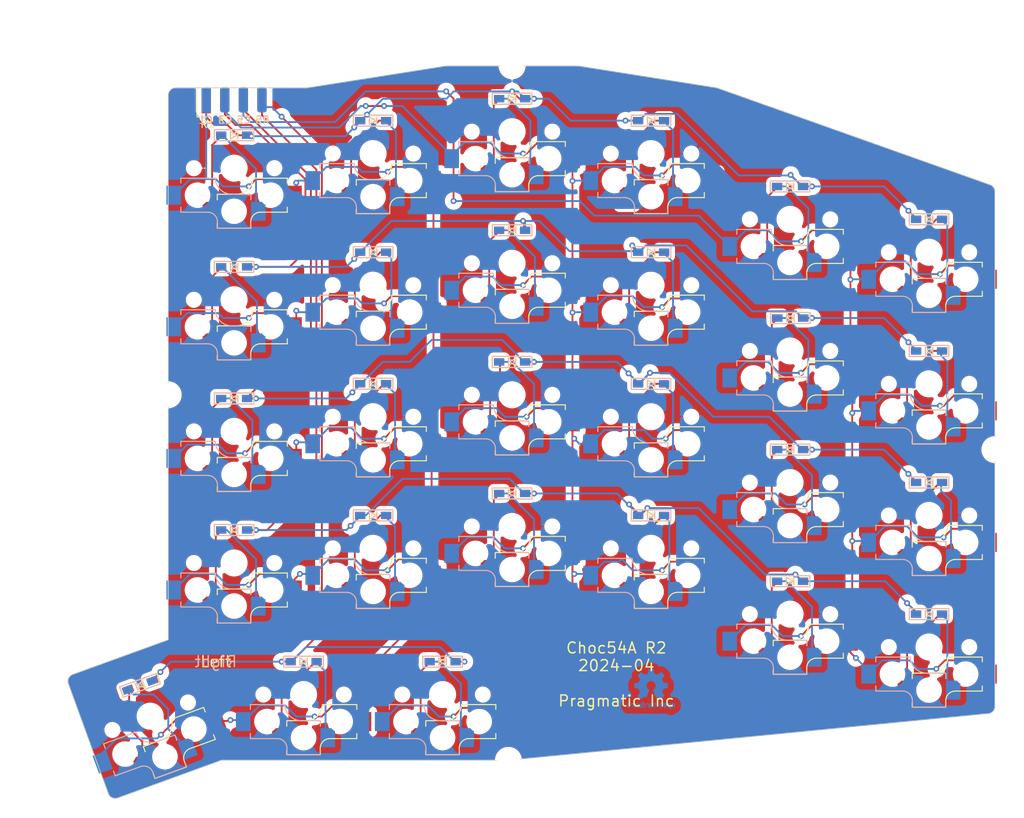
<source format=kicad_pcb>
(kicad_pcb (version 20240108) (generator "pcbnew") (generator_version "8.0")
  (title_block (title "Pragmatic 54") (date "2023-11-19") (rev "1") (company "Pragmatic Inc.") (comment 1 "Duplex matrix with 8 pin header (5 for rows, 3 for columns)") (comment 2 "Made by James Sa"))
  (layers (0 "F.Cu" signal) (31 "B.Cu" signal) (34 "B.Paste" user) (35 "F.Paste" user) (36 "B.SilkS" user "B.Silkscreen") (37 "F.SilkS" user "F.Silkscreen") (38 "B.Mask" user) (39 "F.Mask" user) (44 "Edge.Cuts" user))
  (net 0 "")
  (net 1 "Row 1")
  (net 2 "Net-(D1-A)")
  (net 3 "Row 2")
  (net 4 "Net-(D2-K)")
  (net 5 "Net-(D3-A)")
  (net 6 "Net-(D4-K)")
  (net 7 "Net-(D5-A)")
  (net 8 "Net-(D6-K)")
  (net 9 "Net-(D7-A)")
  (net 10 "Net-(D8-K)")
  (net 11 "Net-(D9-A)")
  (net 12 "Net-(D10-K)")
  (net 13 "Net-(D11-A)")
  (net 14 "Net-(D12-K)")
  (net 15 "Net-(D13-A)")
  (net 16 "Net-(D14-K)")
  (net 17 "Net-(D15-A)")
  (net 18 "Net-(D16-K)")
  (net 19 "Net-(D17-A)")
  (net 20 "C12")
  (net 21 "Net-(D18-K)")
  (net 22 "Net-(D19-A)")
  (net 23 "Net-(D20-K)")
  (net 24 "Net-(D21-A)")
  (net 25 "Net-(D22-K)")
  (net 26 "C34")
  (net 27 "C56")
  (net 28 "Row 3")
  (net 29 "Net-(D23-A)")
  (net 30 "Net-(D24-K)")
  (net 31 "Net-(D25-A)")
  (net 32 "Net-(D26-K)")
  (net 33 "Net-(D27-A)")
  (net 34 "Net-(D28-K)")
  (net 35 "Net-(D29-A)")
  (net 36 "Net-(D30-K)")
  (net 37 "Net-(D31-A)")
  (net 38 "Net-(D32-K)")
  (net 39 "Net-(D33-A)")
  (net 40 "Net-(D34-K)")
  (net 41 "Row 4")
  (net 42 "Net-(D35-A)")
  (net 43 "Net-(D36-K)")
  (net 44 "Net-(D37-A)")
  (net 45 "Net-(D38-K)")
  (net 46 "Net-(D39-A)")
  (net 47 "Net-(D40-K)")
  (net 48 "Net-(D41-A)")
  (net 49 "Net-(D42-K)")
  (net 50 "Net-(D43-A)")
  (net 51 "Net-(D44-K)")
  (net 52 "Net-(D45-A)")
  (net 53 "Net-(D46-K)")
  (net 54 "Row 5")
  (net 55 "Net-(D47-A)")
  (net 56 "Net-(D48-K)")
  (net 57 "Net-(D52-K)")
  (net 58 "Net-(D53-A)")
  (net 59 "Net-(D54-K)")
  (net 60 "Net-(D55-A)")
  (net 61 "Net-(D56-K)")
  (net 62 "Net-(D57-A)")
  (footprint "Keyboard_JSA:ChocV1_Hotswap_reverse" (layer "F.Cu") (at 149 81)
    (property "Reference" "SW17" (hide yes))
    (property "Value" "SW_Push_45deg" (hide yes))
  )
  (footprint "MountingHole:MountingHole_3.2mm_M3_DIN965" (layer "F.Cu") (at 167.5 146)
    (property "Reference" "H1" (hide yes))
    (property "Value" "MountingHole" (hide yes))
  )
  (footprint "Keyboard_JSA:ChocV1_Hotswap_reverse" (layer "F.Cu") (at 149 99)
    (property "Reference" "SW29" (hide yes))
    (property "Value" "SW_Push_45deg" (hide yes))
  )
  (footprint "Keyboard_Foostan:D3_SMD_v2" (layer "F.Cu") (at 187 94.5)
    (property "Reference" "D27" (hide yes))
    (property "Value" "1N4448W" (hide yes))
  )
  (footprint "Keyboard_Foostan:D3_SMD_v2" (layer "F.Cu") (at 130 78.5)
    (property "Reference" "D18" (hide yes))
    (property "Value" "1N4448W" (hide yes))
  )
  (footprint "MountingHole:MountingHole_3.2mm_M3_DIN965" (layer "F.Cu") (at 168 51)
    (property "Reference" "H2" (hide yes))
    (property "Value" "MountingHole" (hide yes))
  )
  (footprint "Keyboard_JSA:ChocV1_Hotswap_reverse" (layer "F.Cu") (at 187 81)
    (property "Reference" "SW15" (hide yes))
    (property "Value" "SW_Push_45deg" (hide yes))
  )
  (footprint "Keyboard_Foostan:D3_SMD_v2" (layer "F.Cu") (at 187 76.5)
    (property "Reference" "D15" (hide yes))
    (property "Value" "1N4448W" (hide yes))
  )
  (footprint "Keyboard_Foostan:D3_SMD_v2" (layer "F.Cu") (at 225 72)
    (property "Reference" "D1" (hide yes))
    (property "Value" "1N4448W" (hide yes))
  )
  (footprint "Keyboard_Foostan:D3_SMD_v2" (layer "F.Cu") (at 225 126)
    (property "Reference" "D37" (hide yes))
    (property "Value" "1N4448W" (hide yes))
  )
  (footprint "Keyboard_Foostan:D3_SMD_v2" (layer "F.Cu") (at 158.5 132.5)
    (property "Reference" "D52" (hide yes))
    (property "Value" "1N4448W" (hide yes))
  )
  (footprint "Keyboard_Foostan:D3_SMD_v2" (layer "F.Cu") (at 206 67.5)
    (property "Reference" "D2" (hide yes))
    (property "Value" "1N4448W" (hide yes))
  )
  (footprint "Keyboard_JSA:ChocV1_Hotswap_reverse" (layer "F.Cu") (at 187 63)
    (property "Reference" "SW3" (hide yes))
    (property "Value" "SW_Push_45deg" (hide yes))
  )
  (footprint "Keyboard_Foostan:D3_SMD_v2" (layer "F.Cu") (at 168 73.5)
    (property "Reference" "D16" (hide yes))
    (property "Value" "1N4448W" (hide yes))
  )
  (footprint "Keyboard_JSA:ChocV1_Hotswap_reverse" (layer "F.Cu") (at 168 60.000003)
    (property "Reference" "SW4" (hide yes))
    (property "Value" "SW_Push_45deg" (hide yes))
  )
  (footprint "Keyboard_JSA:ChocV1_Hotswap_reverse" (layer "F.Cu") (at 206 108)
    (property "Reference" "SW26" (hide yes))
    (property "Value" "SW_Push_45deg" (hide yes))
  )
  (footprint "Keyboard_Foostan:D3_SMD_v2" (layer "F.Cu") (at 168 55.5)
    (property "Reference" "D4" (hide yes))
    (property "Value" "1N4448W" (hide yes))
  )
  (footprint "Keyboard_Foostan:D3_SMD_v2" (layer "F.Cu") (at 187 58.5)
    (property "Reference" "D3" (hide yes))
    (property "Value" "1N4448W" (hide yes))
  )
  (footprint "Keyboard_JSA:ChocV1_Hotswap_reverse" (layer "F.Cu") (at 206 126)
    (property "Reference" "SW38" (hide yes))
    (property "Value" "SW_Push_45deg" (hide yes))
  )
  (footprint "Keyboard_Foostan:D3_SMD_v2" (layer "F.Cu") (at 117.2 135.7 20)
    (property "Reference" "D54" (hide yes))
    (property "Value" "1N4448W" (hide yes))
  )
  (footprint "Keyboard_JSA:ChocV1_Hotswap_reverse" (layer "F.Cu") (at 187 99)
    (property "Reference" "SW27" (hide yes))
    (property "Value" "SW_Push_45deg" (hide yes))
  )
  (footprint "Keyboard_Foostan:D3_SMD_v2" (layer "F.Cu") (at 139.5 132.5)
    (property "Reference" "D53" (hide yes))
    (property "Value" "1N4448W" (hide yes))
  )
  (footprint "Keyboard_Foostan:D3_SMD_v2" (layer "F.Cu") (at 187 112.5)
    (property "Reference" "D39" (hide yes))
    (property "Value" "1N4448W" (hide yes))
  )
  (footprint "Keyboard_JSA:ChocV1_Hotswap_reverse" (layer "F.Cu") (at 158.5 137)
    (property "Reference" "SW52" (hide yes))
    (property "Value" "SW_Push_45deg" (hide yes))
  )
  (footprint "Keyboard_Foostan:D3_SMD_v2" (layer "F.Cu") (at 130 114.5)
    (property "Reference" "D42" (hide yes))
    (property "Value" "1N4448W" (hide yes))
  )
  (footprint "Keyboard_Foostan:D3_SMD_v2" (layer "F.Cu") (at 130 96.5)
    (property "Reference" "D30" (hide yes))
    (property "Value" "1N4448W" (hide yes))
  )
  (footprint "Keyboard_JSA:ChocV1_Hotswap_reverse" (layer "F.Cu") (at 225 94.5)
    (property "Reference" "SW13" (hide yes))
    (property "Value" "SW_Push_45deg" (hide yes))
  )
  (footprint "Keyboard_Foostan:D3_SMD_v2" (layer "F.Cu") (at 168 91.5)
    (property "Reference" "D28" (hide yes))
    (property "Value" "1N4448W" (hide yes))
  )
  (footprint "Keyboard_Foostan:D3_SMD_v2" (layer "F.Cu") (at 130 60.5)
    (property "Reference" "D6" (hide yes))
    (property "Value" "1N4448W" (hide yes))
  )
  (footprint "Keyboard_JSA:ChocV1_Hotswap_reverse" (layer "F.Cu") (at 149 62.999998)
    (property "Reference" "SW5" (hide yes))
    (property "Value" "SW_Push_45deg" (hide yes))
  )
  (footprint "Keyboard_JSA:ChocV1_Hotswap_reverse" (layer "F.Cu") (at 168 96)
    (property "Reference" "SW28" (hide yes))
    (property "Value" "SW_Push_45deg" (hide yes))
  )
  (footprint "Keyboard_JSA:ChocV1_Hotswap_reverse" (layer "F.Cu") (at 225 76.5)
    (property "Reference" "SW1" (hide yes))
    (property "Value" "SW_Push_45deg" (hide yes))
  )
  (footprint "Keyboard_Foostan:D3_SMD_v2" (layer "F.Cu") (at 225 90)
    (property "Reference" "D13" (hide yes))
    (property "Value" "1N4448W" (hide yes))
  )
  (footprint "Keyboard_JSA:ChocV1_Hotswap_reverse" (layer "F.Cu") (at 130 119)
    (property "Reference" "SW42" (hide yes))
    (property "Value" "SW_Push_45deg" (hide yes))
  )
  (footprint "Keyboard_JSA:ChocV1_Hotswap_reverse" (layer "F.Cu") (at 206 90)
    (property "Reference" "SW14" (hide yes))
    (property "Value" "SW_Push_45deg" (hide yes))
  )
  (footprint "MountingHole:MountingHole_3.2mm_M3_DIN965" (layer "F.Cu") (at 234 103.5)
    (property "Reference" "H3" (hide yes))
    (property "Value" "MountingHole" (hide yes))
  )
  (footprint "Keyboard_JSA:ChocV1_Hotswap_reverse" (layer "F.Cu") (at 130 101)
    (property "Reference" "SW30" (hide yes))
    (property "Value" "SW_Push_45deg" (hide yes))
  )
  (footprint "Keyboard_JSA:matrix_connector" (layer "F.Cu") (at 130 54 -90)
    (property "Reference" "J1" (hide yes))
    (property "Value" "Conn_02x04_Odd_Even" (hide yes))
    (fp_line (start 0 -7.5) (end 0 7.5) (stroke (width 0.12)) (layer "Edge.Cuts"))
  )
  (footprint "Keyboard_Foostan:D3_SMD_v2" (layer "F.Cu") (at 206 103.5)
    (property "Reference" "D26" (hide yes))
    (property "Value" "1N4448W" (hide yes))
  )
  (footprint "Keyboard_JSA:ChocV1_Hotswap_reverse" (layer "F.Cu") (at 139.499996 137)
    (property "Reference" "SW53" (hide yes))
    (property "Value" "SW_Push_45deg" (hide yes))
  )
  (footprint "MountingHole:MountingHole_3.2mm_M3_DIN965" (layer "F.Cu") (at 121 96)
    (property "Reference" "H4" (hide yes))
    (property "Value" "MountingHole" (hide yes))
  )
  (footprint "Keyboard_JSA:ChocV1_Hotswap_reverse" (layer "F.Cu") (at 130 83)
    (property "Reference" "SW18" (hide yes))
    (property "Value" "SW_Push_45deg" (hide yes))
  )
  (footprint "Keyboard_JSA:ChocV1_Hotswap_reverse" (layer "F.Cu") (at 168 114)
    (property "Reference" "SW40" (hide yes))
    (property "Value" "SW_Push_45deg" (hide yes))
  )
  (footprint "Keyboard_JSA:ChocV1_Hotswap_reverse" (layer "F.Cu") (at 149 117)
    (property "Reference" "SW41" (hide yes))
    (property "Value" "SW_Push_45deg" (hide yes))
  )
  (footprint "Keyboard_Foostan:D3_SMD_v2" (layer "F.Cu") (at 206 85.5)
    (property "Reference" "D14" (hide yes))
    (property "Value" "1N4448W" (hide yes))
  )
  (footprint "Keyboard_Foostan:D3_SMD_v2" (layer "F.Cu") (at 149 76.5)
    (property "Reference" "D17" (hide yes))
    (property "Value" "1N4448W" (hide yes))
  )
  (footprint "Keyboard_JSA:ChocV1_Hotswap_reverse" (layer "F.Cu") (at 187 117)
    (property "Reference" "SW39" (hide yes))
    (property "Value" "SW_Push_45deg" (hide yes))
  )
  (footprint "Keyboard_Foostan:D3_SMD_v2" (layer "F.Cu") (at 168 109.5)
    (property "Reference" "D40" (hide yes))
    (property "Value" "1N4448W" (hide yes))
  )
  (footprint "Keyboard_JSA:ChocV1_Hotswap_reverse" (layer "F.Cu") (at 130 65)
    (property "Reference" "SW6" (hide yes))
    (property "Value" "SW_Push_45deg" (hide yes))
  )
  (footprint "Keyboard_JSA:ChocV1_Hotswap_reverse" (layer "F.Cu") (at 206 72)
    (property "Reference" "SW2" (hide yes))
    (property "Value" "SW_Push_45deg" (hide yes))
  )
  (footprint "Keyboard_JSA:ChocV1_Hotswap_reverse" (layer "F.Cu") (at 225 112.5)
    (property "Reference" "SW25" (hide yes))
    (property "Value" "SW_Push_45deg" (hide yes))
  )
  (footprint "Keyboard_Foostan:D3_SMD_v2" (layer "F.Cu") (at 149 94.5)
    (property "Reference" "D29" (hide yes))
    (property "Value" "1N4448W" (hide yes))
  )
  (footprint "Keyboard_Foostan:D3_SMD_v2" (layer "F.Cu") (at 149 58.499998)
    (property "Reference" "D5" (hide yes))
    (property "Value" "1N4448W" (hide yes))
  )
  (footprint "Keyboard_Foostan:D3_SMD_v2" (layer "F.Cu") (at 225 108)
    (property "Reference" "D25" (hide yes))
    (property "Value" "1N4448W" (hide yes))
  )
  (footprint "Keyboard_JSA:ChocV1_Hotswap_reverse" (layer "F.Cu") (at 168 78)
    (property "Reference" "SW16" (hide yes))
    (property "Value" "SW_Push_45deg" (hide yes))
  )
  (footprint "Keyboard_JSA:ChocV1_Hotswap_reverse" (layer "F.Cu") (at 118.53 139.964 20)
    (property "Reference" "SW54" (hide yes))
    (property "Value" "SW_Push_45deg" (hide yes))
  )
  (footprint "Keyboard_JSA:ChocV1_Hotswap_reverse" (layer "F.Cu") (at 225 130.5)
    (property "Reference" "SW37" (hide yes))
    (property "Value" "SW_Push_45deg" (hide yes))
  )
  (footprint "Keyboard_Foostan:D3_SMD_v2" (layer "F.Cu") (at 206 121.5)
    (property "Reference" "D38" (hide yes))
    (property "Value" "1N4448W" (hide yes))
  )
  (footprint "Keyboard_Foostan:D3_SMD_v2" (layer "F.Cu") (at 149 112.5)
    (property "Reference" "D41" (hide yes))
    (property "Value" "1N4448W" (hide yes))
  )
  (footprint "Keyboard_JSA:ChocV1_Hotswap" (layer "B.Cu") (at 149 81 180)
    (property "Reference" "SW20" (hide yes))
    (property "Value" "SW_Push_45deg" (hide yes))
  )
  (footprint "Keyboard_Foostan:D3_SMD_v2" (layer "B.Cu") (at 206 67.5 180)
    (property "Reference" "D11" (hide yes))
    (property "Value" "1N4448W" (hide yes))
  )
  (footprint "Keyboard_Foostan:D3_SMD_v2" (layer "B.Cu") (at 206 121.5 180)
    (property "Reference" "D47" (hide yes))
    (property "Value" "1N4448W" (hide yes))
  )
  (footprint "Keyboard_JSA:ChocV1_Hotswap" (layer "B.Cu") (at 149 62.999998 180)
    (property "Reference" "SW8" (hide yes))
    (property "Value" "SW_Push_45deg" (hide yes))
  )
  (footprint "Keyboard_Foostan:D3_SMD_v2" (layer "B.Cu") (at 149 94.475 180)
    (property "Reference" "D32" (hide yes))
    (property "Value" "1N4448W" (hide yes))
  )
  (footprint "Keyboard_JSA:ChocV1_Hotswap" (layer "B.Cu") (at 206 72 180)
    (property "Reference" "SW11" (hide yes))
    (property "Value" "SW_Push_45deg" (hide yes))
  )
  (footprint "Keyboard_JSA:ChocV1_Hotswap" (layer "B.Cu") (at 225 76.5 180)
    (property "Reference" "SW12" (hide yes))
    (property "Value" "SW_Push_45deg" (hide yes))
  )
  (footprint "Keyboard_JSA:ChocV1_Hotswap" (layer "B.Cu") (at 130 65 180)
    (property "Reference" "SW7" (hide yes))
    (property "Value" "SW_Push_45deg" (hide yes))
  )
  (footprint "Keyboard_JSA:ChocV1_Hotswap" (layer "B.Cu") (at 187 81 180)
    (property "Reference" "SW22" (hide yes))
    (property "Value" "SW_Push_45deg" (hide yes))
  )
  (footprint "Keyboard_Foostan:D3_SMD_v2" (layer "B.Cu") (at 168 73.5 180)
    (property "Reference" "D21" (hide yes))
    (property "Value" "1N4448W" (hide yes))
  )
  (footprint "Keyboard_Foostan:D3_SMD_v2" (layer "B.Cu") (at 139.5 132.5 180)
    (property "Reference" "D56" (hide yes))
    (property "Value" "1N4448W" (hide yes))
  )
  (footprint "Keyboard_Foostan:D3_SMD_v2" (layer "B.Cu") (at 158.499984 132.5 180)
    (property "Reference" "D57" (hide yes))
    (property "Value" "1N4448W" (hide yes))
  )
  (footprint "Keyboard_JSA:ChocV1_Hotswap" (layer "B.Cu") (at 149 117 180)
    (property "Reference" "SW44" (hide yes))
    (property "Value" "SW_Push_45deg" (hide yes))
  )
  (footprint "Keyboard_JSA:ChocV1_Hotswap" (layer "B.Cu") (at 225 112.5 180)
    (property "Reference" "SW36" (hide yes))
    (property "Value" "SW_Push_45deg" (hide yes))
  )
  (footprint "Keyboard_Foostan:D3_SMD_v2" (layer "B.Cu") (at 206.05 85.5 180)
    (property "Reference" "D23" (hide yes))
    (property "Value" "1N4448W" (hide yes))
  )
  (footprint "Keyboard_JSA:ChocV1_Hotswap" (layer "B.Cu") (at 187 99 180)
    (property "Reference" "SW34" (hide yes))
    (property "Value" "SW_Push_45deg" (hide yes))
  )
  (footprint "Keyboard_Foostan:D3_SMD_v2" (layer "B.Cu") (at 129.999998 96.500003 180)
    (property "Reference" "D31" (hide yes))
    (property "Value" "1N4448W" (hide yes))
  )
  (footprint "Keyboard_JSA:ChocV1_Hotswap" (layer "B.Cu") (at 118.53 139.964 -160)
    (property "Reference" "SW55" (hide yes))
    (property "Value" "SW_Push_45deg" (hide yes))
  )
  (footprint "Keyboard_JSA:OSHW-Logo2_7.3x6mm_Copper" (layer "B.Cu") (at 187 136.25 180)
    (property "Reference" "REF**" (hide yes))
    (property "Value" "OSHW-Logo2_7.3x6mm_Copper" (hide yes))
  )
  (footprint "Keyboard_Foostan:D3_SMD_v2" (layer "B.Cu") (at 187 112.5 180)
    (property "Reference" "D46" (hide yes))
    (property "Value" "1N4448W" (hide yes))
  )
  (footprint "Keyboard_Foostan:D3_SMD_v2" (layer "B.Cu") (at 149 58.5 180)
    (property "Reference" "D8" (hide yes))
    (property "Value" "1N4448W" (hide yes))
  )
  (footprint "Keyboard_JSA:ChocV1_Hotswap" (layer "B.Cu") (at 168 60.000003 180)
    (property "Reference" "SW9" (hide yes))
    (property "Value" "SW_Push_45deg" (hide yes))
  )
  (footprint "Keyboard_JSA:ChocV1_Hotswap" (layer "B.Cu") (at 168 78 180)
    (property "Reference" "SW21" (hide yes))
    (property "Value" "SW_Push_45deg" (hide yes))
  )
  (footprint "Keyboard_JSA:ChocV1_Hotswap" (layer "B.Cu") (at 130 83 180)
    (property "Reference" "SW19" (hide yes))
    (property "Value" "SW_Push_45deg" (hide yes))
  )
  (footprint "Keyboard_Foostan:D3_SMD_v2" (layer "B.Cu") (at 149 112.5 180)
    (property "Reference" "D44" (hide yes))
    (property "Value" "1N4448W" (hide yes))
  )
  (footprint "Keyboard_Foostan:D3_SMD_v2" (layer "B.Cu") (at 225 90 180)
    (property "Reference" "D24" (hide yes))
    (property "Value" "1N4448W" (hide yes))
  )
  (footprint "Keyboard_JSA:ChocV1_Hotswap" (layer "B.Cu") (at 168 114 180)
    (property "Reference" "SW45" (hide yes))
    (property "Value" "SW_Push_45deg" (hide yes))
  )
  (footprint "Keyboard_Foostan:D3_SMD_v2" (layer "B.Cu") (at 206 103.5 180)
    (property "Reference" "D35" (hide yes))
    (property "Value" "1N4448W" (hide yes))
  )
  (footprint "Keyboard_Foostan:D3_SMD_v2" (layer "B.Cu") (at 129.999998 114.500003 180)
    (property "Reference" "D43" (hide yes))
    (property "Value" "1N4448W" (hide yes))
  )
  (footprint "Keyboard_Foostan:D3_SMD_v2" (layer "B.Cu") (at 168 55.5 180)
    (property "Reference" "D9" (hide yes))
    (property "Value" "1N4448W" (hide yes))
  )
  (footprint "Keyboard_JSA:ChocV1_Hotswap" (layer "B.Cu") (at 168 96 180)
    (property "Reference" "SW33" (hide yes))
    (property "Value" "SW_Push_45deg" (hide yes))
  )
  (footprint "Keyboard_JSA:ChocV1_Hotswap" (layer "B.Cu") (at 225 94.5 180)
    (property "Reference" "SW24" (hide yes))
    (property "Value" "SW_Push_45deg" (hide yes))
  )
  (footprint "Keyboard_JSA:ChocV1_Hotswap" (layer "B.Cu") (at 206 126 180)
    (property "Reference" "SW47" (hide yes))
    (property "Value" "SW_Push_45deg" (hide yes))
  )
  (footprint "Keyboard_Foostan:D3_SMD_v2" (layer "B.Cu") (at 130 60.5 180)
    (property "Reference" "D7" (hide yes))
    (property "Value" "1N4448W" (hide yes))
  )
  (footprint "Keyboard_Foostan:D3_SMD_v2" (layer "B.Cu") (at 130 78.5 180)
    (property "Reference" "D19" (hide yes))
    (property "Value" "1N4448W" (hide yes))
  )
  (footprint "Keyboard_JSA:ChocV1_Hotswap" (layer "B.Cu") (at 149 99 180)
    (property "Reference" "SW32" (hide yes))
    (property "Value" "SW_Push_45deg" (hide yes))
  )
  (footprint "Keyboard_JSA:ChocV1_Hotswap" (layer "B.Cu") (at 187 63 180)
    (property "Reference" "SW10" (hide yes))
    (property "Value" "SW_Push_45deg" (hide yes))
  )
  (footprint "Keyboard_JSA:ChocV1_Hotswap" (layer "B.Cu") (at 206 108 180)
    (property "Reference" "SW35" (hide yes))
    (property "Value" "SW_Push_45deg" (hide yes))
  )
  (footprint "Keyboard_JSA:ChocV1_Hotswap" (layer "B.Cu") (at 130 119 180)
    (property "Reference" "SW43" (hide yes))
    (property "Value" "SW_Push_45deg" (hide yes))
  )
  (footprint "Keyboard_JSA:ChocV1_Hotswap" (layer "B.Cu") (at 130 101 180)
    (property "Reference" "SW31" (hide yes))
    (property "Value" "SW_Push_45deg" (hide yes))
  )
  (footprint "Keyboard_Foostan:D3_SMD_v2" (layer "B.Cu") (at 225 72 180)
    (property "Reference" "D12" (hide yes))
    (property "Value" "1N4448W" (hide yes))
  )
  (footprint "Keyboard_Foostan:D3_SMD_v2" (layer "B.Cu") (at 149 76.5 180)
    (property "Reference" "D20" (hide yes))
    (property "Value" "1N4448W" (hide yes))
  )
  (footprint "Keyboard_Foostan:D3_SMD_v2" (layer "B.Cu") (at 168 91.5 180)
    (property "Reference" "D33" (hide yes))
    (property "Value" "1N4448W" (hide yes))
  )
  (footprint "Keyboard_Foostan:D3_SMD_v2" (layer "B.Cu") (at 187 58.5 180)
    (property "Reference" "D10" (hide yes))
    (property "Value" "1N4448W" (hide yes))
  )
  (footprint "Keyboard_Foostan:D3_SMD_v2" (layer "B.Cu") (at 187 76.5 180)
    (property "Reference" "D22" (hide yes))
    (property "Value" "1N4448W" (hide yes))
  )
  (footprint "Keyboard_Foostan:D3_SMD_v2" (layer "B.Cu") (at 168 109.5 180)
    (property "Reference" "D45" (hide yes))
    (property "Value" "1N4448W" (hide yes))
  )
  (footprint "Keyboard_JSA:ChocV1_Hotswap" (layer "B.Cu") (at 206 90 180)
    (property "Reference" "SW23" (hide yes))
    (property "Value" "SW_Push_45deg" (hide yes))
  )
  (footprint "Keyboard_JSA:ChocV1_Hotswap" (layer "B.Cu") (at 225 130.5 180)
    (property "Reference" "SW48" (hide yes))
    (property "Value" "SW_Push_45deg" (hide yes))
  )
  (footprint "Keyboard_JSA:ChocV1_Hotswap" (layer "B.Cu") (at 187 117 180)
    (property "Reference" "SW46" (hide yes))
    (property "Value" "SW_Push_45deg" (hide yes))
  )
  (footprint "Keyboard_Foostan:D3_SMD_v2" (layer "B.Cu") (at 187 94.5 180)
    (property "Reference" "D34" (hide yes))
    (property "Value" "1N4448W" (hide yes))
  )
  (footprint "Keyboard_JSA:ChocV1_Hotswap" (layer "B.Cu") (at 139.499996 137 180)
    (property "Reference" "SW56" (hide yes))
    (property "Value" "SW_Push_45deg" (hide yes))
  )
  (footprint "Keyboard_Foostan:D3_SMD_v2" (layer "B.Cu") (at 117.123665 135.743639 -160)
    (property "Reference" "D55" (hide yes))
    (property "Value" "1N4448W" (hide yes))
  )
  (footprint "Keyboard_JSA:ChocV1_Hotswap" (layer "B.Cu") (at 158.5 137 180)
    (property "Reference" "SW57" (hide yes))
    (property "Value" "SW_Push_45deg" (hide yes))
  )
  (footprint "Keyboard_Foostan:D3_SMD_v2" (layer "B.Cu") (at 225 108 180)
    (property "Reference" "D36" (hide yes))
    (property "Value" "1N4448W" (hide yes))
  )
  (footprint "Keyboard_Foostan:D3_SMD_v2" (layer "B.Cu") (at 225 126 180)
    (property "Reference" "D48" (hide yes))
    (property "Value" "1N4448W" (hide yes))
  )
  (gr_line (start 159 51) (end 140 54) (stroke (width 0.1)) (layer "Edge.Cuts"))
  (gr_line (start 196 54) (end 177 51) (stroke (width 0.1)) (layer "Edge.Cuts"))
  (gr_line (start 122.5 54) (end 122 54) (stroke (width 0.1)) (layer "Edge.Cuts"))
  (gr_line (start 121 55.01) (end 121 129.5) (stroke (width 0.1)) (layer "Edge.Cuts"))
  (gr_arc (start 234 138.642893) (mid 233.790168 139.250875) (end 233.25 139.6) (stroke (width 0.1)) (layer "Edge.Cuts"))
  (gr_line (start 140 54) (end 137.5 54) (stroke (width 0.1)) (layer "Edge.Cuts"))
  (gr_line (start 167.5 146) (end 233.25 139.6) (stroke (width 0.1)) (layer "Edge.Cuts"))
  (gr_line (start 128.25 146) (end 167.5 146) (stroke (width 0.1)) (layer "Edge.Cuts"))
  (gr_arc (start 121.000001 55.01) (mid 121.289332 54.296403) (end 122 53.999951) (stroke (width 0.1)) (layer "Edge.Cuts"))
  (gr_line (start 112.808928 150.559722) (end 107.336606 135.52464) (stroke (width 0.1)) (layer "Edge.Cuts"))
  (gr_arc (start 114.090641 151.157395) (mid 113.326003 151.124024) (end 112.808928 150.559722) (stroke (width 0.1)) (layer "Edge.Cuts"))
  (gr_line (start 233.3 67.25) (end 196 54) (stroke (width 0.1)) (layer "Edge.Cuts"))
  (gr_arc (start 233.3 67.25) (mid 233.806335 67.614217) (end 234 68.207107) (stroke (width 0.1)) (layer "Edge.Cuts"))
  (gr_arc (start 107.336606 135.52464) (mid 107.369979 134.759991) (end 107.934278 134.242928) (stroke (width 0.1)) (layer "Edge.Cuts"))
  (gr_line (start 177 51) (end 159 51) (stroke (width 0.1)) (layer "Edge.Cuts"))
  (gr_line (start 107.934278 134.242928) (end 121 129.5) (stroke (width 0.1)) (layer "Edge.Cuts"))
  (gr_line (start 128.25 146) (end 114.090641 151.157395) (stroke (width 0.1)) (layer "Edge.Cuts"))
  (gr_line (start 234 138.642893) (end 234 68.207107) (stroke (width 0.1)) (layer "Edge.Cuts"))
  (gr_text "C1" (at 126.111 58.42 0) (layer "B.SilkS") (effects (font (size 1 1)) (justify mirror)))
  (gr_text "C3" (at 128.778 58.42 0) (layer "B.SilkS") (effects (font (size 1 1)) (justify mirror)))
  (gr_text "Right\n" (at 127.5 132.5 0) (layer "B.SilkS") (effects (font (size 1.5 1.5) (thickness 0.2)) (justify mirror)))
  (gr_text "R5" (at 133.858 58.42 0) (layer "B.SilkS") (effects (font (size 1 1)) (justify mirror)))
  (gr_text "C5" (at 131.318 58.42 0) (layer "B.SilkS") (effects (font (size 1 1)) (justify mirror)))
  (gr_text "R2" (at 128.778 58.42 0) (layer "F.SilkS") (effects (font (size 1 1))))
  (gr_text "R1" (at 126.365 59 0) (layer "F.SilkS") (effects (font (size 1 1))))
  (gr_text "Choc54A R2\n2024-04\n\nPragmatic Inc\n" (at 182.25 134.25 0) (layer "F.SilkS") (effects (font (size 1.5 1.5) (thickness 0.2))))
  (gr_text "R4" (at 133.858 58.42 0) (layer "F.SilkS") (effects (font (size 1 1))))
  (gr_text "R3" (at 131.318 58.42 0) (layer "F.SilkS") (effects (font (size 1 1))))
  (gr_text "Left" (at 127.5 132.5 0) (layer "F.SilkS") (effects (font (size 1.5 1.5) (thickness 0.2))))
  (segment (start 126.19 57.99) (end 127.3 59.1) (width 0.25) (layer "F.Cu") (net 1))
  (segment (start 223.35 72) (end 222.175 70.825) (width 0.25) (layer "F.Cu") (net 1))
  (segment (start 207.65 67.5) (end 209 67.5) (width 0.25) (layer "F.Cu") (net 1))
  (segment (start 169 55.5) (end 169.775 55.5) (width 0.25) (layer "F.Cu") (net 1))
  (segment (start 132.239712 60.5) (end 132.369856 60.630144) (width 0.25) (layer "F.Cu") (net 1))
  (segment (start 185.225 58.5) (end 183.5 58.5) (width 0.25) (layer "F.Cu") (net 1))
  (segment (start 130.5 60.5) (end 131.65 60.5) (width 0.25) (layer "F.Cu") (net 1))
  (segment (start 126.19 56.778) (end 126.19 57.99) (width 0.25) (layer "F.Cu") (net 1))
  (segment (start 169.775 55.5) (end 171 55.5) (width 0.25) (layer "F.Cu") (net 1))
  (segment (start 127.3 59.1) (end 129.1 59.1) (width 0.25) (layer "F.Cu") (net 1))
  (segment (start 168 54.5) (end 169 55.5) (width 0.25) (layer "F.Cu") (net 1))
  (segment (start 129.1 59.1) (end 130.5 60.5) (width 0.25) (layer "F.Cu") (net 1))
  (segment (start 207.65 67.5) (end 206.075 65.925) (width 0.25) (layer "F.Cu") (net 1))
  (segment (start 147.35 58.499998) (end 148.174999 57.674999) (width 0.25) (layer "F.Cu") (net 1))
  (segment (start 147.35 58.499998) (end 146.425 59.425) (width 0.25) (layer "F.Cu") (net 1))
  (via (at 222.175 70.825) (size 0.8) (drill 0.4) (layers "F.Cu" "B.Cu") (net 1))
  (via (at 206.075 65.925) (size 0.8) (drill 0.4) (layers "F.Cu" "B.Cu") (net 1))
  (via (at 209 67.5) (size 0.8) (drill 0.4) (layers "F.Cu" "B.Cu") (net 1))
  (via (at 146.425 59.425) (size 0.8) (drill 0.4) (layers "F.Cu" "B.Cu") (net 1))
  (via (at 132.369856 60.630144) (size 0.8) (drill 0.4) (layers "F.Cu" "B.Cu") (net 1))
  (via (at 148.174999 57.674999) (size 0.8) (drill 0.4) (layers "F.Cu" "B.Cu") (net 1))
  (via (at 168 54.5) (size 0.8) (drill 0.4) (layers "F.Cu" "B.Cu") (net 1))
  (via (at 183.5 58.5) (size 0.8) (drill 0.4) (layers "F.Cu" "B.Cu") (net 1))
  (via (at 171 55.5) (size 0.8) (drill 0.4) (layers "F.Cu" "B.Cu") (net 1))
  (segment (start 146.425 59.425) (end 147.35 58.5) (width 0.25) (layer "B.Cu") (net 1))
  (segment (start 199 66) (end 206.15 66) (width 0.25) (layer "B.Cu") (net 1))
  (segment (start 169.775 55.5) (end 168.775 54.5) (width 0.25) (layer "B.Cu") (net 1))
  (segment (start 150.349998 55.5) (end 148.174999 57.674999) (width 0.25) (layer "B.Cu") (net 1))
  (segment (start 168.775 54.5) (end 160.025305 54.5) (width 0.25) (layer "B.Cu") (net 1))
  (segment (start 207.65 67.5) (end 218.85 67.5) (width 0.25) (layer "B.Cu") (net 1))
  (segment (start 173 55.5) (end 176 58.5) (width 0.25) (layer "B.Cu") (net 1))
  (segment (start 206.15 66) (end 207.65 67.5) (width 0.25) (layer "B.Cu") (net 1))
  (segment (start 190.575 57.575) (end 199 66) (width 0.25) (layer "B.Cu") (net 1))
  (segment (start 146.425 59.425) (end 145.219856 60.630144) (width 0.25) (layer "B.Cu") (net 1))
  (segment (start 218.85 67.5) (end 223.35 72) (width 0.25) (layer "B.Cu") (net 1))
  (segment (start 145.219856 60.630144) (end 132.369856 60.630144) (width 0.25) (layer "B.Cu") (net 1))
  (segment (start 169.775 55.5) (end 173 55.5) (width 0.25) (layer "B.Cu") (net 1))
  (segment (start 176 58.5) (end 185.225 58.5) (width 0.25) (layer "B.Cu") (net 1))
  (segment (start 159.025305 55.5) (end 150.349998 55.5) (width 0.25) (layer "B.Cu") (net 1))
  (segment (start 147.35 58.5) (end 148.174999 57.674999) (width 0.25) (layer "B.Cu") (net 1))
  (segment (start 186.275 57.575) (end 190.575 57.575) (width 0.25) (layer "B.Cu") (net 1))
  (segment (start 132.239712 60.5) (end 132.369856 60.630144) (width 0.25) (layer "B.Cu") (net 1))
  (segment (start 160.025305 54.5) (end 159.025305 55.5) (width 0.25) (layer "B.Cu") (net 1))
  (segment (start 185.35 58.5) (end 186.275 57.575) (width 0.25) (layer "B.Cu") (net 1))
  (segment (start 222.5 75.5) (end 222.5 81.598) (width 0.25) (layer "F.Cu") (net 2))
  (segment (start 226 72) (end 222.5 75.5) (width 0.25) (layer "F.Cu") (net 2))
  (segment (start 226.65 72) (end 226 72) (width 0.25) (layer "F.Cu") (net 2))
  (segment (start 169.65 73.5) (end 169.65 72.3745) (width 0.25) (layer "F.Cu") (net 3))
  (segment (start 207.65 85.5) (end 209 85.5) (width 0.25) (layer "F.Cu") (net 3))
  (segment (start 139.75 66.537845) (end 139.75 76.35) (width 0.25) (layer "F.Cu") (net 3))
  (segment (start 130.2 59.1) (end 132.312155 59.1) (width 0.25) (layer "F.Cu") (net 3))
  (segment (start 131.775 78.5) (end 133 78.5) (width 0.25) (layer "F.Cu") (net 3))
  (segment (start 137.6 78.5) (end 133 78.5) (width 0.25) (layer "F.Cu") (net 3))
  (segment (start 132.312155 59.1) (end 139.75 66.537845) (width 0.25) (layer "F.Cu") (net 3))
  (segment (start 185.35 76.5) (end 184.425 75.575) (width 0.25) (layer "F.Cu") (net 3))
  (segment (start 223.35 90) (end 222.175 88.825) (width 0.25) (layer "F.Cu") (net 3))
  (segment (start 139.75 76.35) (end 137.6 78.5) (width 0.25) (layer "F.Cu") (net 3))
  (segment (start 169.65 72.3745) (end 169.5 72.2245) (width 0.25) (layer "F.Cu") (net 3))
  (segment (start 128.73 56.734132) (end 128.73 57.63) (width 0.25) (layer "F.Cu") (net 3))
  (segment (start 147.35 76.5) (end 146.425 77.425) (width 0.25) (layer "F.Cu") (net 3))
  (segment (start 128.73 57.63) (end 130.2 59.1) (width 0.25) (layer "F.Cu") (net 3))
  (via (at 184.425 75.575) (size 0.8) (drill 0.4) (layers "F.Cu" "B.Cu") (net 3))
  (via (at 209 85.5) (size 0.8) (drill 0.4) (layers "F.Cu" "B.Cu") (net 3))
  (via (at 146.425 77.425) (size 0.8) (drill 0.4) (layers "F.Cu" "B.Cu") (net 3))
  (via (at 169.5 72.2245) (size 0.8) (drill 0.4) (layers "F.Cu" "B.Cu") (net 3))
  (via (at 222.175 88.825) (size 0.8) (drill 0.4) (layers "F.Cu" "B.Cu") (net 3))
  (via (at 133 78.5) (size 0.8) (drill 0.4) (layers "F.Cu" "B.Cu") (net 3))
  (segment (start 151.5005 72.2245) (end 169.5 72.2245) (width 0.25) (layer "B.Cu") (net 3))
  (segment (start 185.35 76.5) (end 186.275 75.575) (width 0.25) (layer "B.Cu") (net 3))
  (segment (start 131.65 78.5) (end 145.35 78.5) (width 0.25) (layer "B.Cu") (net 3))
  (segment (start 200.825 84.575) (end 206.775 84.575) (width 0.25) (layer "B.Cu") (net 3))
  (segment (start 185.2 76.35) (end 175.85 76.35) (width 0.25) (layer "B.Cu") (net 3))
  (segment (start 169.775 72.4995) (end 169.5 72.2245) (width 0.25) (layer "B.Cu") (net 3))
  (segment (start 209 85.5) (end 218.85 85.5) (width 0.25) (layer "B.Cu") (net 3))
  (segment (start 186.275 75.575) (end 191.825 75.575) (width 0.25) (layer "B.Cu") (net 3))
  (segment (start 145.35 78.5) (end 147.35 76.5) (width 0.25) (layer "B.Cu") (net 3))
  (segment (start 191.825 75.575) (end 200.825 84.575) (width 0.25) (layer "B.Cu") (net 3))
  (segment (start 218.85 85.5) (end 223.35 90) (width 0.25) (layer "B.Cu") (net 3))
  (segment (start 169.775 73.5) (end 169.775 72.4995) (width 0.25) (layer "B.Cu") (net 3))
  (segment (start 147.225 76.5) (end 151.5005 72.2245) (width 0.25) (layer "B.Cu") (net 3))
  (segment (start 184.425 75.575) (end 185.35 76.5) (width 0.25) (layer "B.Cu") (net 3))
  (segment (start 171.7245 72.2245) (end 169.5 72.2245) (width 0.25) (layer "B.Cu") (net 3))
  (segment (start 207.7 85.5) (end 209 85.5) (width 0.25) (layer "B.Cu") (net 3))
  (segment (start 175.85 76.35) (end 171.7245 72.2245) (width 0.25) (layer "B.Cu") (net 3))
  (segment (start 206.775 84.575) (end 207.7 85.5) (width 0.25) (layer "B.Cu") (net 3))
  (segment (start 202.875001 68.974999) (end 202.875001 77.722999) (width 0.25) (layer "F.Cu") (net 4))
  (segment (start 204.35 67.5) (end 202.875001 68.974999) (width 0.25) (layer "F.Cu") (net 4))
  (segment (start 188.65 58.5) (end 187.5 58.5) (width 0.25) (layer "F.Cu") (net 5))
  (segment (start 184.5 61.5) (end 184.5 68.098) (width 0.25) (layer "F.Cu") (net 5))
  (segment (start 187.5 58.5) (end 184.5 61.5) (width 0.25) (layer "F.Cu") (net 5))
  (segment (start 165.5 56.35) (end 165.5 65.098003) (width 0.25) (layer "F.Cu") (net 6))
  (segment (start 166.35 55.5) (end 165.5 56.35) (width 0.25) (layer "F.Cu") (net 6))
  (segment (start 150.65 58.499998) (end 149.825001 58.499998) (width 0.25) (layer "F.Cu") (net 7))
  (segment (start 146 62.324999) (end 146 68.597998) (width 0.25) (layer "F.Cu") (net 7))
  (segment (start 149.825001 58.499998) (end 146 62.324999) (width 0.25) (layer "F.Cu") (net 7))
  (segment (start 127 61.85) (end 127 70.598) (width 0.25) (layer "F.Cu") (net 8))
  (segment (start 128.35 60.5) (end 127 61.85) (width 0.25) (layer "F.Cu") (net 8))
  (segment (start 133 65.1) (end 128.4 60.5) (width 0.25) (layer "B.Cu") (net 9))
  (segment (start 133 70.598) (end 133 65.1) (width 0.25) (layer "B.Cu") (net 9))
  (segment (start 152.124999 68.722997) (end 152.124999 59.974999) (width 0.25) (layer "B.Cu") (net 10))
  (segment (start 152.124999 59.974999) (end 150.65 58.5) (width 0.25) (layer "B.Cu") (net 10))
  (segment (start 170.5 58.5) (end 170.5 65.098003) (width 0.25) (layer "B.Cu") (net 11))
  (segment (start 167.5 55.5) (end 170.5 58.5) (width 0.25) (layer "B.Cu") (net 11))
  (segment (start 166.225 55.5) (end 167.5 55.5) (width 0.25) (layer "B.Cu") (net 11))
  (segment (start 190 59.85) (end 190 68.598) (width 0.25) (layer "B.Cu") (net 12))
  (segment (start 188.65 58.5) (end 190 59.85) (width 0.25) (layer "B.Cu") (net 12))
  (segment (start 205.5 67.5) (end 208.5 70.5) (width 0.25) (layer "B.Cu") (net 13))
  (segment (start 204.35 67.5) (end 205.5 67.5) (width 0.25) (layer "B.Cu") (net 13))
  (segment (start 208.5 70.5) (end 208.5 77.098) (width 0.25) (layer "B.Cu") (net 13))
  (segment (start 227.5 72.85) (end 227.5 81.598) (width 0.25) (layer "B.Cu") (net 14))
  (segment (start 226.65 72) (end 227.5 72.85) (width 0.25) (layer "B.Cu") (net 14))
  (segment (start 226.65 90) (end 225.575 90) (width 0.25) (layer "F.Cu") (net 15))
  (segment (start 222 93.575) (end 222 100.098) (width 0.25) (layer "F.Cu") (net 15))
  (segment (start 225.575 90) (end 222 93.575) (width 0.25) (layer "F.Cu") (net 15))
  (segment (start 203.5 86.35) (end 203.5 95.098) (width 0.25) (layer "F.Cu") (net 16))
  (segment (start 204.35 85.5) (end 203.5 86.35) (width 0.25) (layer "F.Cu") (net 16))
  (segment (start 184 80) (end 184 86.598) (width 0.25) (layer "F.Cu") (net 17))
  (segment (start 187.5 76.5) (end 184 80) (width 0.25) (layer "F.Cu") (net 17))
  (segment (start 188.65 76.5) (end 187.5 76.5) (width 0.25) (layer "F.Cu") (net 17))
  (segment (start 164.875001 74.974999) (end 164.875001 83.722999) (width 0.25) (layer "F.Cu") (net 18))
  (segment (start 166.35 73.5) (end 164.875001 74.974999) (width 0.25) (layer "F.Cu") (net 18))
  (segment (start 150.65 76.5) (end 150 76.5) (width 0.25) (layer "F.Cu") (net 19))
  (segment (start 146.5 80) (end 146.5 86.098) (width 0.25) (layer "F.Cu") (net 19))
  (segment (start 150 76.5) (end 146.5 80) (width 0.25) (layer "F.Cu") (net 19))
  (segment (start 155.055 82.5) (end 157.255 84.7) (width 0.25) (layer "F.Cu") (net 20))
  (segment (start 131.5 104) (end 133 102.5) (width 0.25) (layer "F.Cu") (net 20))
  (segment (start 155.055 118.5) (end 157.255 120.7) (width 0.25) (layer "F.Cu") (net 20))
  (segment (start 138.5 84.5) (end 138.5 86.455) (width 0.25) (layer "F.Cu") (net 20))
  (segment (start 152 100.5) (end 155.055 100.5) (width 0.25) (layer "F.Cu") (net 20))
  (segment (start 157.255 66.699998) (end 157.255 84.7) (width 0.25) (layer "F.Cu") (net 20))
  (segment (start 133 66.5) (end 136.055 66.5) (width 0.25) (layer "F.Cu") (net 20))
  (segment (start 150.5 83.5) (end 151.5 82.5) (width 0.25) (layer "F.Cu") (net 20))
  (segment (start 157 125) (end 147.754996 134.245004) (width 0.25) (layer "F.Cu") (net 20))
  (segment (start 155.379999 64.824997) (end 151.675003 64.824997) (width 0.25) (layer "F.Cu") (net 20))
  (segment (start 143.5 138.5) (end 145.554996 138.5) (width 0.25) (layer "F.Cu") (net 20))
  (segment (start 141 140) (end 142 140) (width 0.25) (layer "F.Cu") (net 20))
  (segment (start 138.5 102.5) (end 138.5 104.455) (width 0.25) (layer "F.Cu") (net 20))
  (segment (start 145.554996 138.5) (end 147.754996 140.7) (width 0.25) (layer "F.Cu") (net 20))
  (segment (start 136.055 66.5) (end 138.255 68.7) (width 0.25) (layer "F.Cu") (net 20))
  (segment (start 152.5 118.5) (end 155.055 118.5) (width 0.25) (layer "F.Cu") (net 20))
  (segment (start 138.255 86.7) (end 136.379999 84.824999) (width 0.25) (layer "F.Cu") (net 20))
  (segment (start 122.896782 139.603218) (end 126.538369 139.603218) (width 0.25) (layer "F.Cu") (net 20))
  (segment (start 150.5 102) (end 152 100.5) (width 0.25) (layer "F.Cu") (net 20))
  (segment (start 138.255 122.7) (end 138.255 121.245) (width 0.25) (layer "F.Cu") (net 20))
  (segment (start 151.5 82.5) (end 155.055 82.5) (width 0.25) (layer "F.Cu") (net 20))
  (segment (start 129.382514 140.617486) (end 129.5 140.5) (width 0.25) (layer "F.Cu") (net 20))
  (segment (start 126.538369 139.603218) (end 127.552637 140.617486) (width 0.25) (layer "F.Cu") (net 20))
  (segment (start 142 140) (end 143.5 138.5) (width 0.25) (layer "F.Cu") (net 20))
  (segment (start 132 122) (end 133.5 120.5) (width 0.25) (layer "F.Cu") (net 20))
  (segment (start 157 120.955) (end 157 125) (width 0.25) (layer "F.Cu") (net 20))
  (segment (start 137 102.5) (end 138.255 103.755) (width 0.25) (layer "F.Cu") (net 20))
  (segment (start 136.379999 84.824999) (end 132.675001 84.824999) (width 0.25) (layer "F.Cu") (net 20))
  (segment (start 127.552637 140.617486) (end 129.382514 140.617486) (width 0.25) (layer "F.Cu") (net 20))
  (segment (start 138.5 68.455) (end 138.5 67) (width 0.25) (layer "F.Cu") (net 20))
  (segment (start 120 142.5) (end 122.896782 139.603218) (width 0.25) (layer "F.Cu") (net 20))
  (segment (start 157 102.955) (end 157 120.445) (width 0.25) (layer "F.Cu") (net 20))
  (segment (start 132.675001 84.824999) (end 132 85.5) (width 0.25) (layer "F.Cu") (net 20))
  (segment (start 133 102.5) (end 137 102.5) (width 0.25) (layer "F.Cu") (net 20))
  (segment (start 136.055 120.5) (end 138.255 122.7) (width 0.25) (layer "F.Cu") (net 20))
  (segment (start 157.255 66.699998) (end 155.379999 64.824997) (width 0.25) (layer "F.Cu") (net 20))
  (segment (start 151 120) (end 152.5 118.5) (width 0.25) (layer "F.Cu") (net 20))
  (segment (start 157.255 84.7) (end 157.255 102.7) (width 0.25) (layer "F.Cu") (net 20))
  (segment (start 147.754996 134.245004) (end 147.754996 140.7) (width 0.25) (layer "F.Cu") (net 20))
  (segment (start 132 67.5) (end 133 66.5) (width 0.25) (layer "F.Cu") (net 20))
  (segment (start 133.5 120.5) (end 136.055 120.5) (width 0.25) (layer "F.Cu") (net 20))
  (segment (start 138.255 121.245) (end 139 120.5) (width 0.25) (layer "F.Cu") (net 20))
  (segment (start 155.055 100.5) (end 157.255 102.7) (width 0.25) (layer "F.Cu") (net 20))
  (segment (start 151.675003 64.824997) (end 151 65.5) (width 0.25) (layer "F.Cu") (net 20))
  (via (at 151 120) (size 0.8) (drill 0.4) (layers "F.Cu" "B.Cu") (net 20))
  (via (at 132 85.5) (size 0.8) (drill 0.4) (layers "F.Cu" "B.Cu") (net 20))
  (via (at 120 142.5) (size 0.8) (drill 0.4) (layers "F.Cu" "B.Cu") (net 20))
  (via (at 139 120.5) (size 0.8) (drill 0.4) (layers "F.Cu" "B.Cu") (net 20))
  (via (at 138.5 84.5) (size 0.8) (drill 0.4) (layers "F.Cu" "B.Cu") (net 20))
  (via (at 141 140) (size 0.8) (drill 0.4) (layers "F.Cu" "B.Cu") (net 20))
  (via (at 129.5 140.5) (size 0.8) (drill 0.4) (layers "F.Cu" "B.Cu") (net 20))
  (via (at 131.5 104) (size 0.8) (drill 0.4) (layers "F.Cu" "B.Cu") (net 20))
  (via (at 132 67.5) (size 0.8) (drill 0.4) (layers "F.Cu" "B.Cu") (net 20))
  (via (at 151 65.5) (size 0.8) (drill 0.4) (layers "F.Cu" "B.Cu") (net 20))
  (via (at 138.5 102.5) (size 0.8) (drill 0.4) (layers "F.Cu" "B.Cu") (net 20))
  (via (at 132 122) (size 0.8) (drill 0.4) (layers "F.Cu" "B.Cu") (net 20))
  (via (at 150.5 83.5) (size 0.8) (drill 0.4) (layers "F.Cu" "B.Cu") (net 20))
  (via (at 138.5 67) (size 0.8) (drill 0.4) (layers "F.Cu" "B.Cu") (net 20))
  (via (at 150.5 102) (size 0.8) (drill 0.4) (layers "F.Cu" "B.Cu") (net 20))
  (segment (start 127.5 120.5) (end 129 122) (width 0.25) (layer "B.Cu") (net 20))
  (segment (start 147.5 83.5) (end 150.5 83.5) (width 0.25) (layer "B.Cu") (net 20))
  (segment (start 140.745 120.7) (end 142.945 118.5) (width 0.25) (layer "B.Cu") (net 20))
  (segment (start 121.745 86.7) (end 123.620001 84.824999) (width 0.25) (layer "B.Cu") (net 20))
  (segment (start 146.5 118.5) (end 148 120) (width 0.25) (layer "B.Cu") (net 20))
  (segment (start 133.5 138.5) (end 137 138.5) (width 0.25) (layer "B.Cu") (net 20))
  (segment (start 139 120.5) (end 140.545 120.5) (width 0.25) (layer "B.Cu") (net 20))
  (segment (start 140.745 84.7) (end 142.620001 82.824999) (width 0.25) (layer "B.Cu") (net 20))
  (segment (start 129 104) (end 131.5 104) (width 0.25) (layer "B.Cu") (net 20))
  (segment (start 140.545 102.5) (end 138.5 102.5) (width 0.25) (layer "B.Cu") (net 20))
  (segment (start 142.945 100.5) (end 146 100.5) (width 0.25) (layer "B.Cu") (net 20))
  (segment (start 147.5 65.5) (end 151 65.5) (width 0.25) (layer "B.Cu") (net 20))
  (segment (start 123.620001 84.824999) (end 127.824999 84.824999) (width 0.25) (layer "B.Cu") (net 20))
  (segment (start 146.824999 82.824999) (end 147.5 83.5) (width 0.25) (layer "B.Cu") (net 20))
  (segment (start 119.5 143) (end 120 142.5) (width 0.25) (layer "B.Cu") (net 20))
  (segment (start 127.5 66.5) (end 128.5 67.5) (width 0.25) (layer "B.Cu") (net 20))
  (segment (start 128.5 85.5) (end 132 85.5) (width 0.25) (layer "B.Cu") (net 20))
  (segment (start 140.745 84.7) (end 138.7 84.7) (width 0.25) (layer "B.Cu") (net 20))
  (segment (start 124 66.5) (end 126 66.5) (width 0.25) (layer "B.Cu") (net 20))
  (segment (start 138.7 84.7) (end 138.5 84.5) (width 0.25) (layer "B.Cu") (net 20))
  (segment (start 112.038312 144.961688) (end 114 143) (width 0.25) (layer "B.Cu") (net 20))
  (segment (start 129.5 140.5) (end 131.044996 140.5) (width 0.25) (layer "B.Cu") (net 20))
  (segment (start 131.3 140.7) (end 133.5 138.5) (width 0.25) (layer "B.Cu") (net 20))
  (segment (start 126.19 56.651) (end 126.19 66.31) (width 0.25) (layer "B.Cu") (net 20))
  (segment (start 143 118.5) (end 146.5 118.5) (width 0.25) (layer "B.Cu") (net 20))
  (segment (start 140.745 102.7) (end 142.945 100.5) (width 0.25) (layer "B.Cu") (net 20))
  (segment (start 127.824999 102.824999) (end 129 104) (width 0.25) (layer "B.Cu") (net 20))
  (segment (start 121.8 122.7) (end 124 120.5) (width 0.25) (layer "B.Cu") (net 20))
  (segment (start 129 122) (end 132 122) (width 0.25) (layer "B.Cu") (net 20))
  (segment (start 128.5 67.5) (end 132 67.5) (width 0.25) (layer "B.Cu") (net 20))
  (segment (start 140.745 66.699998) (end 138.800002 66.699998) (width 0.25) (layer "B.Cu") (net 20))
  (segment (start 127.824999 84.824999) (end 128.5 85.5) (width 0.25) (layer "B.Cu") (net 20))
  (segment (start 146.824997 64.824997) (end 147.5 65.5) (width 0.25) (layer "B.Cu") (net 20))
  (segment (start 142.620001 64.824997) (end 146.824997 64.824997) (width 0.25) (layer "B.Cu") (net 20))
  (segment (start 147.5 102) (end 150.5 102) (width 0.25) (layer "B.Cu") (net 20))
  (segment (start 142.945 118.5) (end 143 118.5) (width 0.25) (layer "B.Cu") (net 20))
  (segment (start 137 138.5) (end 138.5 140) (width 0.25) (layer "B.Cu") (net 20))
  (segment (start 140.745 66.699998) (end 142.620001 64.824997) (width 0.25) (layer "B.Cu") (net 20))
  (segment (start 142.620001 82.824999) (end 146.824999 82.824999) (width 0.25) (layer "B.Cu") (net 20))
  (segment (start 146 100.5) (end 147.5 102) (width 0.25) (layer "B.Cu") (net 20))
  (segment (start 138.800002 66.699998) (end 138.5 67) (width 0.25) (layer "B.Cu") (net 20))
  (segment (start 121.8 68.7) (end 124 66.5) (width 0.25) (layer "B.Cu") (net 20))
  (segment (start 138.5 140) (end 141 140) (width 0.25) (layer "B.Cu") (net 20))
  (segment (start 148 120) (end 151 120) (width 0.25) (layer "B.Cu") (net 20))
  (segment (start 126.19 66.31) (end 126 66.5) (width 0.25) (layer "B.Cu") (net 20))
  (segment (start 126 66.5) (end 127.5 66.5) (width 0.25) (layer "B.Cu") (net 20))
  (segment (start 123.620001 102.824999) (end 127.824999 102.824999) (width 0.25) (layer "B.Cu") (net 20))
  (segment (start 114 143) (end 119.5 143) (width 0.25) (layer "B.Cu") (net 20))
  (segment (start 112.038312 146.264239) (end 112.038312 144.961688) (width 0.25) (layer "B.Cu") (net 20))
  (segment (start 124 120.5) (end 127.5 120.5) (width 0.25) (layer "B.Cu") (net 20))
  (segment (start 121.745 104.7) (end 123.620001 102.824999) (width 0.25) (layer "B.Cu") (net 20))
  (segment (start 127 79.85) (end 127 88.598) (width 0.25) (layer "F.Cu") (net 21))
  (segment (start 128.35 78.5) (end 127 79.85) (width 0.25) (layer "F.Cu") (net 21))
  (segment (start 133.124999 83.274999) (end 133.124999 88.722999) (width 0.25) (layer "B.Cu") (net 22))
  (segment (start 128.35 78.5) (end 133.124999 83.274999) (width 0.25) (layer "B.Cu") (net 22))
  (segment (start 150.65 76.5) (end 151.5 77.35) (width 0.25) (layer "B.Cu") (net 23))
  (segment (start 151.5 77.35) (end 151.5 86.098) (width 0.25) (layer "B.Cu") (net 23))
  (segment (start 171.125 83.723) (end 171.302 83.9) (width 0.25) (layer "B.Cu") (net 24))
  (segment (start 167.5 73.5) (end 171.125 77.125) (width 0.25) (layer "B.Cu") (net 24))
  (segment (start 166.225 73.5) (end 167.5 73.5) (width 0.25) (layer "B.Cu") (net 24))
  (segment (start 171.125 77.125) (end 171.125 83.723) (width 0.25) (layer "B.Cu") (net 24))
  (segment (start 190 77.85) (end 190 86.598) (width 0.25) (layer "B.Cu") (net 25))
  (segment (start 188.65 76.5) (end 190 77.85) (width 0.25) (layer "B.Cu") (net 25))
  (segment (start 176.255 63.700003) (end 176.255 66.755) (width 0.25) (layer "F.Cu") (net 26))
  (segment (start 176.255 99.7) (end 176.255 101.755) (width 0.25) (layer "F.Cu") (net 26))
  (segment (start 193.379999 100.824999) (end 195.255 102.7) (width 0.25) (layer "F.Cu") (net 26))
  (segment (start 161.175001 138.824999) (end 164.879999 138.824999) (width 0.25) (layer "F.Cu") (net 26))
  (segment (start 188.5 120) (end 189.675001 118.824999) (width 0.25) (layer "F.Cu") (net 26))
  (segment (start 176.255 117.7) (end 176.255 123.245) (width 0.25) (layer "F.Cu") (net 26))
  (segment (start 176.255 117.7) (end 176.255 120.255) (width 0.25) (layer "F.Cu") (net 26))
  (segment (start 176.255 81.7) (end 176.255 84.745) (width 0.25) (layer "F.Cu") (net 26))
  (segment (start 164.879999 138.824999) (end 166.755 140.7) (width 0.25) (layer "F.Cu") (net 26))
  (segment (start 168 131.5) (end 168 139.455) (width 0.25) (layer "F.Cu") (net 26))
  (segment (start 166.755 140.7) (end 168 139.455) (width 0.25) (layer "F.Cu") (net 26))
  (segment (start 190.175001 100.824999) (end 193.379999 100.824999) (width 0.25) (layer "F.Cu") (net 26))
  (segment (start 174.054997 61.5) (end 176.255 63.700003) (width 0.25) (layer "F.Cu") (net 26))
  (segment (start 170 63) (end 171.5 61.5) (width 0.25) (layer "F.Cu") (net 26))
  (segment (start 169.5 63) (end 170 63) (width 0.25) (layer "F.Cu") (net 26))
  (segment (start 170 99) (end 171.175001 97.824999) (width 0.25) (layer "F.Cu") (net 26))
  (segment (start 176.255 66.755) (end 176.255 81.7) (width 0.25) (layer "F.Cu") (net 26))
  (segment (start 148 56.5) (end 150.5 56.5) (width 0.25) (layer "F.Cu") (net 26))
  (segment (start 190 64.5) (end 193.055 64.5) (width 0.25) (layer "F.Cu") (net 26))
  (segment (start 189.675001 118.824999) (end 193.379999 118.824999) (width 0.25) (layer "F.Cu") (net 26))
  (segment (start 169.5 81) (end 170.675001 79.824999) (width 0.25) (layer "F.Cu") (net 26))
  (segment (start 188.5 66) (end 190 64.5) (width 0.25) (layer "F.Cu") (net 26))
  (segment (start 169.5 117) (end 171 115.5) (width 0.25) (layer "F.Cu") (net 26))
  (segment (start 174.379999 97.824999) (end 176.255 99.7) (width 0.25) (layer "F.Cu") (net 26))
  (segment (start 176.255 101.755) (end 176.5 102) (width 0.25) (layer "F.Cu") (net 26))
  (segment (start 171.5 61.5) (end 174.054997 61.5) (width 0.25) (layer "F.Cu") (net 26))
  (segment (start 193.379999 82.824999) (end 195.255 84.7) (width 0.25) (layer "F.Cu") (net 26))
  (segment (start 188.5 84) (end 189.675001 82.824999) (width 0.25) (layer "F.Cu") (net 26))
  (segment (start 189.675001 82.824999) (end 193.379999 82.824999) (width 0.25) (layer "F.Cu") (net 26))
  (segment (start 174.055 115.5) (end 176.255 117.7) (width 0.25) (layer "F.Cu") (net 26))
  (segment (start 176.255 84.745) (end 176.255 99.7) (width 0.25) (layer "F.Cu") (net 26))
  (segment (start 176.255 99.7) (end 176.255 117.7) (width 0.25) (layer "F.Cu") (net 26))
  (segment (start 176.255 120.255) (end 176.5 120.5) (width 0.25) (layer "F.Cu") (net 26))
  (segment (start 189 102) (end 190.175001 100.824999) (width 0.25) (layer "F.Cu") (net 26))
  (segment (start 160 140) (end 161.175001 138.824999) (width 0.25) (layer "F.Cu") (net 26))
  (segment (start 193.379999 118.824999) (end 195.255 120.7) (width 0.25) (layer "F.Cu") (net 26))
  (segment (start 171.175001 97.824999) (end 174.379999 97.824999) (width 0.25) (layer "F.Cu") (net 26))
  (segment (start 174.379999 79.824999) (end 176.255 81.7) (width 0.25) (layer "F.Cu") (net 26))
  (segment (start 170.675001 79.824999) (end 174.379999 79.824999) (width 0.25) (layer "F.Cu") (net 26))
  (segment (start 193.055 64.5) (end 195.255 66.7) (width 0.25) (layer "F.Cu") (net 26))
  (segment (start 171 115.5) (end 174.055 115.5) (width 0.25) (layer "F.Cu") (net 26))
  (segment (start 176.255 123.245) (end 168 131.5) (width 0.25) (layer "F.Cu") (net 26))
  (via (at 176.5 120.5) (size 0.8) (drill 0.4) (layers "F.Cu" "B.Cu") (net 26))
  (via (at 188.5 84) (size 0.8) (drill 0.4) (layers "F.Cu" "B.Cu") (net 26))
  (via (at 188.5 66) (size 0.8) (drill 0.4) (layers "F.Cu" "B.Cu") (net 26))
  (via (at 176.5 102) (size 0.8) (drill 0.4) (layers "F.Cu" "B.Cu") (net 26))
  (via (at 176.255 66.755) (size 0.8) (drill 0.4) (layers "F.Cu" "B.Cu") (net 26))
  (via (at 169.5 63) (size 0.8) (drill 0.4) (layers "F.Cu" "B.Cu") (net 26))
  (via (at 189 102) (size 0.8) (drill 0.4) (layers "F.Cu" "B.Cu") (net 26))
  (via (at 160 140) (size 0.8) (drill 0.4) (layers "F.Cu" "B.Cu") (net 26))
  (via (at 148 56.5) (size 0.8) (drill 0.4) (layers "F.Cu" "B.Cu") (net 26))
  (via (at 169.5 81) (size 0.8) (drill 0.4) (layers "F.Cu" "B.Cu") (net 26))
  (via (at 170 99) (size 0.8) (drill 0.4) (layers "F.Cu" "B.Cu") (net 26))
  (via (at 176.255 84.745) (size 0.8) (drill 0.4) (layers "F.Cu" "B.Cu") (net 26))
  (via (at 188.5 120) (size 0.8) (drill 0.4) (layers "F.Cu" "B.Cu") (net 26))
  (via (at 150.5 56.5) (size 0.8) (drill 0.4) (layers "F.Cu" "B.Cu") (net 26))
  (via (at 169.5 117) (size 0.8) (drill 0.4) (layers "F.Cu" "B.Cu") (net 26))
  (segment (start 156.5 138.5) (end 158 140) (width 0.25) (layer "B.Cu") (net 26))
  (segment (start 147.335 56.5) (end 148 56.5) (width 0.25) (layer "B.Cu") (net 26))
  (segment (start 186 66) (end 188.5 66) (width 0.25) (layer "B.Cu") (net 26))
  (segment (start 144.385499 59.449501) (end 147.335 56.5) (width 0.25) (layer "B.Cu") (net 26))
  (segment (start 150.3 140.7) (end 152.5 138.5) (width 0.25) (layer "B.Cu") (net 26))
  (segment (start 165.5 115.5) (end 167 117) (width 0.25) (layer "B.Cu") (net 26))
  (segment (start 184.824999 64.824999) (end 186 66) (width 0.25) (layer "B.Cu") (net 26))
  (segment (start 178.745 66.7) (end 176.31 66.7) (width 0.25) (layer "B.Cu") (net 26))
  (segment (start 176.5 102) (end 177.2 102.7) (width 0.25) (layer "B.Cu") (net 26))
  (segment (start 161.5 61.5) (end 165 61.5) (width 0.25) (layer "B.Cu") (net 26))
  (segment (start 165 61.5) (end 166.5 63) (width 0.25) (layer "B.Cu") (net 26))
  (segment (start 180.620001 64.824999) (end 184.824999 64.824999) (width 0.25) (layer "B.Cu") (net 26))
  (segment (start 184.5 120) (end 188.5 120) (width 0.25) (layer "B.Cu") (net 26))
  (segment (start 180.945 82.5) (end 184.5 82.5) (width 0.25) (layer "B.Cu") (net 26))
  (segment (start 161.620001 97.824999) (end 165.824999 97.824999) (width 0.25) (layer "B.Cu") (net 26))
  (segment (start 158 140) (end 160 140) (width 0.25) (layer "B.Cu") (net 26))
  (segment (start 183 118.5) (end 184.5 120) (width 0.25) (layer "B.Cu") (net 26))
  (segment (start 159.745 81.7) (end 161.620001 79.824999) (width 0.25) (layer "B.Cu") (net 26))
  (segment (start 184.5 82.5) (end 186 84) (width 0.25) (layer "B.Cu") (net 26))
  (segment (start 161.945 115.5) (end 165.5 115.5) (width 0.25) (layer "B.Cu") (net 26))
  (segment (start 165.324999 79.824999) (end 166.5 81) (width 0.25) (layer "B.Cu") (net 26))
  (segment (start 152.5 138.5) (end 156.5 138.5) (width 0.25) (layer "B.Cu") (net 26))
  (segment (start 153 56.5) (end 159.745 63.245) (width 0.25) (layer "B.Cu") (net 26))
  (segment (start 186 84) (end 188.5 84) (width 0.25) (layer "B.Cu") (net 26))
  (segment (start 167 99) (end 170 99) (width 0.25) (layer "B.Cu") (net 26))
  (segment (start 180.620001 100.824999) (end 186.031925 100.824999) (width 0.25) (layer "B.Cu") (net 26))
  (segment (start 159.745 99.7) (end 161.620001 97.824999) (width 0.25) (layer "B.Cu") (net 26))
  (segment (start 178.745 84.7) (end 176.3 84.7) (width 0.25) (layer "B.Cu") (net 26))
  (segment (start 165.824999 97.824999) (end 167 99) (width 0.25) (layer "B.Cu") (net 26))
  (segment (start 130.949501 59.449501) (end 144.385499 59.449501) (width 0.25) (layer "B.Cu") (net 26))
  (segment (start 178.745 120.7) (end 180.620001 118.824999) (width 0.25) (layer "B.Cu") (net 26))
  (segment (start 178.745 84.7) (end 180.945 82.5) (width 0.25) (layer "B.Cu") (net 26))
  (segment (start 180.620001 118.824999) (end 182.675001 118.824999) (width 0.25) (layer "B.Cu") (net 26))
  (segment (start 178.745 66.7) (end 180.620001 64.824999) (width 0.25) (layer "B.Cu") (net 26))
  (segment (start 176.5 120.5) (end 178.545 120.5) (width 0.25) (layer "B.Cu") (net 26))
  (segment (start 178.745 102.7) (end 180.620001 100.824999) (width 0.25) (layer "B.Cu") (net 26))
  (segment (start 159.745 117.7) (end 161.945 115.5) (width 0.25) (layer "B.Cu") (net 26))
  (segment (start 161.620001 79.824999) (end 165.324999 79.824999) (width 0.25) (layer "B.Cu") (net 26))
  (segment (start 176.3 84.7) (end 176.255 84.745) (width 0.25) (layer "B.Cu") (net 26))
  (segment (start 176.31 66.7) (end 176.255 66.755) (width 0.25) (layer "B.Cu") (net 26))
  (segment (start 128.73 57.23) (end 130.949501 59.449501) (width 0.25) (layer "B.Cu") (net 26))
  (segment (start 166.5 81) (end 169.5 81) (width 0.25) (layer "B.Cu") (net 26))
  (segment (start 186.031925 100.824999) (end 187.206926 102) (width 0.25) (layer "B.Cu") (net 26))
  (segment (start 150.5 56.5) (end 153 56.5) (width 0.25) (layer "B.Cu") (net 26))
  (segment (start 167 117) (end 169.5 117) (width 0.25) (layer "B.Cu") (net 26))
  (segment (start 182.675001 118.824999) (end 183 118.5) (width 0.25) (layer "B.Cu") (net 26))
  (segment (start 187.206926 102) (end 189 102) (width 0.25) (layer "B.Cu") (net 26))
  (segment (start 159.745 63.255) (end 161.5 61.5) (width 0.25) (layer "B.Cu") (net 26))
  (segment (start 166.5 63) (end 169.5 63) (width 0.25) (layer "B.Cu") (net 26))
  (segment (start 177.2 102.7) (end 178.745 102.7) (width 0.25) (layer "B.Cu") (net 26))
  (segment (start 231.379999 132.324999) (end 233.255 134.2) (width 0.25) (layer "F.Cu") (net 27))
  (segment (start 214.255 129.7) (end 214.255 131.255) (width 0.25) (layer "F.Cu") (net 27))
  (segment (start 226.5 79.5) (end 227.675001 78.324999) (width 0.25) (layer "F.Cu") (net 27))
  (segment (start 227.675001 78.324999) (end 231.379999 78.324999) (width 0.25) (layer "F.Cu") (net 27))
  (segment (start 207.5 93) (end 208.675001 91.824999) (width 0.25) (layer "F.Cu") (net 27))
  (segment (start 159 54.5) (end 160 55.5) (width 0.25) (layer "F.Cu") (net 27))
  (segment (start 227 97.5) (end 228.5 96) (width 0.25) (layer "F.Cu") (net 27))
  (segment (start 231.055 96) (end 233.255 98.2) (width 0.25) (layer "F.Cu") (net 27))
  (segment (start 214.255 131.255) (end 215 132) (width 0.25) (layer "F.Cu") (net 27))
  (segment (start 212.055 73.5) (end 214.255 75.7) (width 0.25) (layer "F.Cu") (net 27))
  (segment (start 207.5 75) (end 209 73.5) (width 0.25) (layer "F.Cu") (net 27))
  (segment (start 209 127.5) (end 212.055 127.5) (width 0.25) (layer "F.Cu") (net 27))
  (segment (start 207.5 129) (end 209 127.5) (width 0.25) (layer "F.Cu") (net 27))
  (segment (start 228.5 96) (end 231.055 96) (width 0.25) (layer "F.Cu") (net 27))
  (segment (start 214.5 93.945) (end 214.5 111.455) (width 0.25) (layer "F.Cu") (net 27))
  (segment (start 226 133.5) (end 227.175001 132.324999) (width 0.25) (layer "F.Cu") (net 27))
  (segment (start 226.5 97.5) (end 227 97.5) (width 0.25) (layer "F.Cu") (net 27))
  (segment (start 228.175001 114.324999) (end 227 115.5) (width 0.25) (layer "F.Cu") (net 27))
  (segment (start 227.175001 132.324999) (end 231.379999 132.324999) (width 0.25) (layer "F.Cu") (net 27))
  (segment (start 214.255 80.245) (end 214.255 93.7) (width 0.25) (layer "F.Cu") (net 27))
  (segment (start 208.675001 91.824999) (end 212.379999 91.824999) (width 0.25) (layer "F.Cu") (net 27))
  (segment (start 209 73.5) (end 212.055 73.5) (width 0.25) (layer "F.Cu") (net 27))
  (segment (start 231.379999 78.324999) (end 233.255 80.2) (width 0.25) (layer "F.Cu") (net 27))
  (segment (start 212.379999 91.824999) (end 214.255 93.7) (width 0.25) (layer "F.Cu") (net 27))
  (segment (start 160 55.5) (end 160 69.5) (width 0.25) (layer "F.Cu") (net 27))
  (segment (start 208 111) (end 209.175001 109.824999) (width 0.25) (layer "F.Cu") (net 27))
  (segment (start 233.255 116.2) (end 231.379999 114.324999) (width 0.25) (layer "F.Cu") (net 27))
  (segment (start 212.379999 109.824999) (end 214.255 111.7) (width 0.25) (layer "F.Cu") (net 27))
  (segment (start 231.379999 114.324999) (end 228.175001 114.324999) (width 0.25) (layer "F.Cu") (net 27))
  (segment (start 214.5 111.945) (end 214.5 129.455) (width 0.25) (layer "F.Cu") (net 27))
  (segment (start 214.255 75.7) (end 214.255 80.245) (width 0.25) (layer "F.Cu") (net 27))
  (segment (start 209.175001 109.824999) (end 212.379999 109.824999) (width 0.25) (layer "F.Cu") (net 27))
  (segment (start 212.055 127.5) (end 214.255 129.7) (width 0.25) (layer "F.Cu") (net 27))
  (via (at 214.5 116) (size 0.8) (drill 0.4) (layers "F.Cu" "B.Cu") (net 27))
  (via (at 207.5 129) (size 0.8) (drill 0.4) (layers "F.Cu" "B.Cu") (net 27))
  (via (at 207.5 75) (size 0.8) (drill 0.4) (layers "F.Cu" "B.Cu") (net 27))
  (via (at 226.5 79.5) (size 0.8) (drill 0.4) (layers "F.Cu" "B.Cu") (net 27))
  (via (at 214.5 98.5) (size 0.8) (drill 0.4) (layers "F.Cu" "B.Cu") (net 27))
  (via (at 207.5 93) (size 0.8) (drill 0.4) (layers "F.Cu" "B.Cu") (net 27))
  (via (at 208 111) (size 0.8) (drill 0.4) (layers "F.Cu" "B.Cu") (net 27))
  (via (at 215 132) (size 0.8) (drill 0.4) (layers "F.Cu" "B.Cu") (net 27))
  (via (at 226.5 97.5) (size 0.8) (drill 0.4) (layers "F.Cu" "B.Cu") (net 27))
  (via (at 160 69.5) (size 0.8) (drill 0.4) (layers "F.Cu" "B.Cu") (net 27))
  (via (at 159 54.5) (size 0.8) (drill 0.4) (layers "F.Cu" "B.Cu") (net 27))
  (via (at 227 115.5) (size 0.8) (drill 0.4) (layers "F.Cu" "B.Cu") (net 27))
  (via (at 226 133.5) (size 0.8) (drill 0.4) (layers "F.Cu" "B.Cu") (net 27))
  (via (at 214.255 80.245) (size 0.8) (drill 0.4) (layers "F.Cu" "B.Cu") (net 27))
  (segment (start 221.725001 77.725001) (end 223.5 79.5) (width 0.25) (layer "B.Cu") (net 27))
  (segment (start 148 54.5) (end 159 54.5) (width 0.25) (layer "B.Cu") (net 27))
  (segment (start 204.5 75) (end 207.5 75) (width 0.25) (layer "B.Cu") (net 27))
  (segment (start 219.219999 77.725001) (end 221.725001 77.725001) (width 0.25) (layer "B.Cu") (net 27))
  (segment (start 218.945 96) (end 222.5 96) (width 0.25) (layer "B.Cu") (net 27))
  (segment (start 215 132) (end 216.745 133.745) (width 0.25) (layer "B.Cu") (net 27))
  (segment (start 222.5 96) (end 224 97.5) (width 0.25) (layer "B.Cu") (net 27))
  (segment (start 177.25 69.5) (end 160 69.5) (width 0.25) (layer "B.Cu") (net 27))
  (segment (start 199.945 127.5) (end 203.5 127.5) (width 0.25) (layer "B.Cu") (net 27))
  (segment (start 216.745 98.2) (end 218.945 96) (width 0.25) (layer "B.Cu") (net 27))
  (segment (start 131.27 56.734132) (end 131.27 57.77) (width 0.25) (layer "B.Cu") (net 27))
  (segment (start 197.745 75.7) (end 199.945 73.5) (width 0.25) (layer "B.Cu") (net 27))
  (segment (start 214.8 98.2) (end 214.5 98.5) (width 0.25) (layer "B.Cu") (net 27))
  (segment (start 216.745 116.2) (end 218.945 114) (width 0.25) (layer "B.Cu") (net 27))
  (segment (start 204 109.5) (end 205.5 111) (width 0.25) (layer "B.Cu") (net 27))
  (segment (start 132.1915 58.6915) (end 143.8085 58.6915) (width 0.25) (layer "B.Cu") (net 27))
  (segment (start 223.5 79.5) (end 226.5 79.5) (width 0.25) (layer "B.Cu") (net 27))
  (segment (start 218.620001 132.324999) (end 222.324999 132.324999) (width 0.25) (layer "B.Cu") (net 27))
  (segment (start 223.5 133.5) (end 226 133.5) (width 0.25) (layer "B.Cu") (net 27))
  (segment (start 199.945 109.5) (end 204 109.5) (width 0.25) (layer "B.Cu") (net 27))
  (segment (start 222 114) (end 223.5 115.5) (width 0.25) (layer "B.Cu") (net 27))
  (segment (start 222.324999 132.324999) (end 223.5 133.5) (width 0.25) (layer "B.Cu") (net 27))
  (segment (start 205.5 111) (end 208 111) (width 0.25) (layer "B.Cu") (net 27))
  (segment (start 197.745 93.7) (end 199.945 91.5) (width 0.25) (layer "B.Cu") (net 27))
  (segment (start 216.745 80.2) (end 219.219999 77.725001) (width 0.25) (layer "B.Cu") (net 27))
  (segment (start 205 129) (end 207.5 129) (width 0.25) (layer "B.Cu") (net 27))
  (segment (start 216.745 134.2) (end 218.620001 132.324999) (width 0.25) (layer "B.Cu") (net 27))
  (segment (start 197.745 75.7) (end 193.545 71.5) (width 0.25) (layer "B.Cu") (net 27))
  (segment (start 199.945 73.5) (end 203 73.5) (width 0.25) (layer "B.Cu") (net 27))
  (segment (start 223.5 115.5) (end 227 115.5) (width 0.25) (layer "B.Cu") (net 27))
  (segment (start 204.5 93) (end 207.5 93) (width 0.25) (layer "B.Cu") (net 27))
  (segment (start 143.8085 58.6915) (end 148 54.5) (width 0.25) (layer "B.Cu") (net 27))
  (segment (start 197.745 111.7) (end 199.945 109.5) (width 0.25) (layer "B.Cu") (net 27))
  (segment (start 179.25 71.5) (end 177.25 69.5) (width 0.25) (layer "B.Cu") (net 27))
  (segment (start 216.745 98.2) (end 214.8 98.2) (width 0.25) (layer "B.Cu") (net 27))
  (segment (start 193.545 71.5) (end 179.25 71.5) (width 0.25) (layer "B.Cu") (net 27))
  (segment (start 224 97.5) (end 226.5 97.5) (width 0.25) (layer "B.Cu") (net 27))
  (segment (start 216.545 116) (end 214.5 116) (width 0.25) (layer "B.Cu") (net 27))
  (segment (start 197.745 129.7) (end 199.945 127.5) (width 0.25) (layer "B.Cu") (net 27))
  (segment (start 218.945 114) (end 222 114) (width 0.25) (layer "B.Cu") (net 27))
  (segment (start 131.27 57.77) (end 132.1915 58.6915) (width 0.25) (layer "B.Cu") (net 27))
  (segment (start 200 91.5) (end 203 91.5) (width 0.25) (layer "B.Cu") (net 27))
  (segment (start 203.5 127.5) (end 205 129) (width 0.25) (layer "B.Cu") (net 27))
  (segment (start 199.945 91.5) (end 200 91.5) (width 0.25) (layer "B.Cu") (net 27))
  (segment (start 203 91.5) (end 204.5 93) (width 0.25) (layer "B.Cu") (net 27))
  (segment (start 214.3 80.2) (end 214.255 80.245) (width 0.25) (layer "B.Cu") (net 27))
  (segment (start 203 73.5) (end 204.5 75) (width 0.25) (layer "B.Cu") (net 27))
  (segment (start 216.745 80.2) (end 214.3 80.2) (width 0.25) (layer "B.Cu") (net 27))
  (segment (start 140.5 87.65) (end 131.65 96.5) (width 0.25) (layer "F.Cu") (net 28))
  (segment (start 207.65 103.5) (end 209 103.5) (width 0.25) (layer "F.Cu") (net 28))
  (segment (start 185.35 94.5) (end 183.925 93.075) (width 0.25) (layer "F.Cu") (net 28))
  (segment (start 223.35 108) (end 222.175 106.825) (width 0.25) (layer "F.Cu") (net 28))
  (segment (start 131.27 57.02) (end 140.5 66.25) (width 0.25) (layer "F.Cu") (net 28))
  (segment (start 147.325 94.5) (end 146.1625 95.6625) (width 0.25) (layer "F.Cu") (net 28))
  (segment (start 169.65 91.5) (end 171 91.5) (width 0.25) (layer "F.Cu") (net 28))
  (segment (start 140.5 66.25) (end 140.5 87.65) (width 0.25) (layer "F.Cu") (net 28))
  (segment (start 131.65 96.5) (end 132.999994 96.5) (width 0.25) (layer "F.Cu") (net 28))
  (segment (start 132.999994 96.5) (end 132.999997 96.500003) (width 0.25) (layer "F.Cu") (net 28))
  (segment (start 185.35 94.5) (end 186.85 93) (width 0.25) (layer "F.Cu") (net 28))
  (via (at 183.925 93.075) (size 0.8) (drill 0.4) (layers "F.Cu" "B.Cu") (net 28))
  (via (at 209 103.5) (size 0.8) (drill 0.4) (layers "F.Cu" "B.Cu") (net 28))
  (via (at 146.1625 95.6625) (size 0.8) (drill 0.4) (layers "F.Cu" "B.Cu") (net 28))
  (via (at 186.85 93) (size 0.8) (drill 0.4) (layers "F.Cu" "B.Cu") (net 28))
  (via (at 132.999997 96.500003) (size 0.8) (drill 0.4) (layers "F.Cu" "B.Cu") (net 28))
  (via (at 171 91.5) (size 0.8) (drill 0.4) (layers "F.Cu" "B.Cu") (net 28))
  (via (at 222.175 106.825) (size 0.8) (drill 0.4) (layers "F.Cu" "B.Cu") (net 28))
  (segment (start 147.35 94.475) (end 150.325 91.5) (width 0.25) (layer "B.Cu") (net 28))
  (segment (start 189.5 93) (end 195.5 99) (width 0.25) (layer "B.Cu") (net 28))
  (segment (start 185.35 94.5) (end 186.85 93) (width 0.25) (layer "B.Cu") (net 28))
  (segment (start 154 91.5) (end 157 88.5) (width 0.25) (layer "B.Cu") (net 28))
  (segment (start 150.325 91.5) (end 154 91.5) (width 0.25) (layer "B.Cu") (net 28))
  (segment (start 203.15 99) (end 207.65 103.5) (width 0.25) (layer "B.Cu") (net 28))
  (segment (start 166.65 88.5) (end 169.65 91.5) (width 0.25) (layer "B.Cu") (net 28))
  (segment (start 186.85 93) (end 189.5 93) (width 0.25) (layer "B.Cu") (net 28))
  (segment (start 146.1625 95.6625) (end 147.35 94.475) (width 0.25) (layer "B.Cu") (net 28))
  (segment (start 132.999997 96.500003) (end 145.324997 96.500003) (width 0.25) (layer "B.Cu") (net 28))
  (segment (start 207.65 103.5) (end 218.85 103.5) (width 0.25) (layer "B.Cu") (net 28))
  (segment (start 131.649998 96.500003) (end 132.999997 96.500003) (width 0.25) (layer "B.Cu") (net 28))
  (segment (start 182.35 91.5) (end 185.35 94.5) (width 0.25) (layer "B.Cu") (net 28))
  (segment (start 145.324997 96.500003) (end 146.1625 95.6625) (width 0.25) (layer "B.Cu") (net 28))
  (segment (start 218.85 103.5) (end 223.35 108) (width 0.25) (layer "B.Cu") (net 28))
  (segment (start 169.65 91.5) (end 182.35 91.5) (width 0.25) (layer "B.Cu") (net 28))
  (segment (start 157 88.5) (end 166.65 88.5) (width 0.25) (layer "B.Cu") (net 28))
  (segment (start 195.5 99) (end 203.15 99) (width 0.25) (layer "B.Cu") (net 28))
  (segment (start 205.5 85.5) (end 208.5 88.5) (width 0.25) (layer "B.Cu") (net 29))
  (segment (start 204.4 85.5) (end 205.5 85.5) (width 0.25) (layer "B.Cu") (net 29))
  (segment (start 208.5 88.5) (end 208.5 95.098) (width 0.25) (layer "B.Cu") (net 29))
  (segment (start 227.5 91.5) (end 227.5 99.598) (width 0.25) (layer "B.Cu") (net 30))
  (segment (start 226.65 90) (end 226.65 90.65) (width 0.25) (layer "B.Cu") (net 30))
  (segment (start 226.65 90.65) (end 227.5 91.5) (width 0.25) (layer "B.Cu") (net 30))
  (segment (start 226.174999 108.325001) (end 222.5 112) (width 0.25) (layer "F.Cu") (net 31))
  (segment (start 226.975001 108.325001) (end 226.174999 108.325001) (width 0.25) (layer "F.Cu") (net 31))
  (segment (start 222.5 112) (end 222.5 117.598) (width 0.25) (layer "F.Cu") (net 31))
  (segment (start 203.5 104.35) (end 203.5 113.098) (width 0.25) (layer "F.Cu") (net 32))
  (segment (start 204.35 103.5) (end 203.5 104.35) (width 0.25) (layer "F.Cu") (net 32))
  (segment (start 184 98) (end 184 104.598) (width 0.25) (layer "F.Cu") (net 33))
  (segment (start 187.5 94.5) (end 184 98) (width 0.25) (layer "F.Cu") (net 33))
  (segment (start 188.65 94.5) (end 187.5 94.5) (width 0.25) (layer "F.Cu") (net 33))
  (segment (start 165 95.5) (end 165 101.598) (width 0.25) (layer "F.Cu") (net 34))
  (segment (start 166.35 91.5) (end 166.35 94.15) (width 0.25) (layer "F.Cu") (net 34))
  (segment (start 166.35 94.15) (end 165 95.5) (width 0.25) (layer "F.Cu") (net 34))
  (segment (start 150.5 94.5) (end 146.5 98.5) (width 0.25) (layer "F.Cu") (net 35))
  (segment (start 146.5 98.5) (end 146.5 104.098) (width 0.25) (layer "F.Cu") (net 35))
  (segment (start 128.35 96.5) (end 127 97.85) (width 0.25) (layer "F.Cu") (net 36))
  (segment (start 127 97.85) (end 127 106.598) (width 0.25) (layer "F.Cu") (net 36))
  (segment (start 128.349998 96.500003) (end 129.500003 96.500003) (width 0.25) (layer "B.Cu") (net 37))
  (segment (start 129.500003 96.500003) (end 132.5 99.5) (width 0.25) (layer "B.Cu") (net 37))
  (segment (start 132.5 99.5) (end 132.5 106.098) (width 0.25) (layer "B.Cu") (net 37))
  (segment (start 150.65 94.475) (end 152 95.825) (width 0.25) (layer "B.Cu") (net 38))
  (segment (start 152 95.825) (end 152 104.598) (width 0.25) (layer "B.Cu") (net 38))
  (segment (start 171 94.5) (end 171 101.598) (width 0.25) (layer "B.Cu") (net 39))
  (segment (start 168 91.5) (end 171 94.5) (width 0.25) (layer "B.Cu") (net 39))
  (segment (start 166.35 91.5) (end 168 91.5) (width 0.25) (layer "B.Cu") (net 39))
  (segment (start 190 95.85) (end 190 104.598) (width 0.25) (layer "B.Cu") (net 40))
  (segment (start 188.65 94.5) (end 190 95.85) (width 0.25) (layer "B.Cu") (net 40))
  (segment (start 207.65 121.5) (end 206.725 120.575) (width 0.25) (layer "F.Cu") (net 41))
  (segment (start 131.65 114.5) (end 132.999994 114.5) (width 0.25) (layer "F.Cu") (net 41))
  (segment (start 141.25 107.75) (end 134.499997 114.500003) (width 0.25) (layer "F.Cu") (net 41))
  (segment (start 132.999994 114.5) (end 132.999997 114.500003) (width 0.25) (layer "F.Cu") (net 41))
  (segment (start 147.35 112.5) (end 145.925 113.925) (width 0.25) (layer "F.Cu") (net 41))
  (segment (start 185.5 112.5) (end 186.5 111.5) (width 0.25) (layer "F.Cu") (net 41))
  (segment (start 133.81 57.76) (end 141.25 65.2) (width 0.25) (layer "F.Cu") (net 41))
  (segment (start 134.499997 114.500003) (end 132.999997 114.500003) (width 0.25) (layer "F.Cu") (net 41))
  (segment (start 185.35 112.35) (end 184 111) (width 0.25) (layer "F.Cu") (net 41))
  (segment (start 133.81 57.31) (end 133.81 57.76) (width 0.25) (layer "F.Cu") (net 41))
  (segment (start 169.65 109.5) (end 171 109.5) (width 0.25) (layer "F.Cu") (net 41))
  (segment (start 223.35 125.85) (end 222 124.5) (width 0.25) (layer "F.Cu") (net 41))
  (segment (start 141.25 65.2) (end 141.25 107.75) (width 0.25) (layer "F.Cu") (net 41))
  (via (at 206.725 120.575) (size 0.8) (drill 0.4) (layers "F.Cu" "B.Cu") (net 41))
  (via (at 145.925 113.925) (size 0.8) (drill 0.4) (layers "F.Cu" "B.Cu") (net 41))
  (via (at 132.999997 114.500003) (size 0.8) (drill 0.4) (layers "F.Cu" "B.Cu") (net 41))
  (via (at 184 111) (size 0.8) (drill 0.4) (layers "F.Cu" "B.Cu") (net 41))
  (via (at 171 109.5) (size 0.8) (drill 0.4) (layers "F.Cu" "B.Cu") (net 41))
  (via (at 222 124.5) (size 0.8) (drill 0.4) (layers "F.Cu" "B.Cu") (net 41))
  (via (at 186.5 111.5) (size 0.8) (drill 0.4) (layers "F.Cu" "B.Cu") (net 41))
  (segment (start 167.65 107.5) (end 169.65 109.5) (width 0.25) (layer "B.Cu") (net 41))
  (segment (start 185.35 112.5) (end 186.35 111.5) (width 0.25) (layer "B.Cu") (net 41))
  (segment (start 147.35 112.5) (end 148 112.5) (width 0.25) (layer "B.Cu") (net 41))
  (segment (start 153 107.5) (end 167.65 107.5) (width 0.25) (layer "B.Cu") (net 41))
  (segment (start 131.649998 114.500003) (end 132.999997 114.500003) (width 0.25) (layer "B.Cu") (net 41))
  (segment (start 145.349997 114.500003) (end 147.35 112.5) (width 0.25) (layer "B.Cu") (net 41))
  (segment (start 207.65 121.5) (end 219 121.5) (width 0.25) (layer "B.Cu") (net 41))
  (segment (start 186.35 111.5) (end 186.5 111.5) (width 0.25) (layer "B.Cu") (net 41))
  (segment (start 182.35 109.5) (end 185.35 112.5) (width 0.25) (layer "B.Cu") (net 41))
  (segment (start 148 112.5) (end 153 107.5) (width 0.25) (layer "B.Cu") (net 41))
  (segment (start 169.65 109.5) (end 182.35 109.5) (width 0.25) (layer "B.Cu") (net 41))
  (segment (start 193.5 111.5) (end 202.575 120.575) (width 0.25) (layer "B.Cu") (net 41))
  (segment (start 132.999997 114.500003) (end 145.349997 114.500003) (width 0.25) (layer "B.Cu") (net 41))
  (segment (start 186.5 111.5) (end 193.5 111.5) (width 0.25) (layer "B.Cu") (net 41))
  (segment (start 206.725 120.575) (end 207.65 121.5) (width 0.25) (layer "B.Cu") (net 41))
  (segment (start 202.575 120.575) (end 206.725 120.575) (width 0.25) (layer "B.Cu") (net 41))
  (segment (start 219 121.5) (end 223.4 125.9) (width 0.25) (layer "B.Cu") (net 41))
  (segment (start 209 107) (end 209 113.598) (width 0.25) (layer "B.Cu") (net 42))
  (segment (start 205.5 103.5) (end 209 107) (width 0.25) (layer "B.Cu") (net 42))
  (segment (start 204.35 103.5) (end 205.5 103.5) (width 0.25) (layer "B.Cu") (net 42))
  (segment (start 228 110.5) (end 228 118.098) (width 0.25) (layer "B.Cu") (net 43))
  (segment (start 226.65 108) (end 226.65 109.15) (width 0.25) (layer "B.Cu") (net 43))
  (segment (start 226.65 109.15) (end 228 110.5) (width 0.25) (layer "B.Cu") (net 43))
  (segment (start 226.5 126) (end 222 130.5) (width 0.25) (layer "F.Cu") (net 44))
  (segment (start 222 130.5) (end 222 136.098) (width 0.25) (layer "F.Cu") (net 44))
  (segment (start 204.35 121.5) (end 203.5 122.35) (width 0.25) (layer "F.Cu") (net 45))
  (segment (start 203.5 122.35) (end 203.5 131.098) (width 0.25) (layer "F.Cu") (net 45))
  (segment (start 188.65 112.5) (end 185.15 116) (width 0.25) (layer "F.Cu") (net 46))
  (segment (start 185.15 116) (end 184.5 116) (width 0.25) (layer "F.Cu") (net 46))
  (segment (start 184.5 116) (end 184.5 122.098) (width 0.25) (layer "F.Cu") (net 46))
  (segment (start 166.35 109.5) (end 165.5 110.35) (width 0.25) (layer "F.Cu") (net 47))
  (segment (start 165.5 110.35) (end 165.5 119.098) (width 0.25) (layer "F.Cu") (net 47))
  (segment (start 146.5 116) (end 146.5 122.098) (width 0.25) (layer "F.Cu") (net 48))
  (segment (start 150.65 112.5) (end 150 112.5) (width 0.25) (layer "F.Cu") (net 48))
  (segment (start 150 112.5) (end 146.5 116) (width 0.25) (layer "F.Cu") (net 48))
  (segment (start 127.5 124.098) (end 127.5 115.35) (width 0.25) (layer "F.Cu") (net 49))
  (segment (start 127.5 115.35) (end 128.35 114.5) (width 0.25) (layer "F.Cu") (net 49))
  (segment (start 128.349998 114.500003) (end 129.000003 114.500003) (width 0.25) (layer "B.Cu") (net 50))
  (segment (start 133 118.5) (end 133 124.598) (width 0.25) (layer "B.Cu") (net 50))
  (segment (start 129.000003 114.500003) (end 133 118.5) (width 0.25) (layer "B.Cu") (net 50))
  (segment (start 150.65 112.65) (end 152 114) (width 0.25) (layer "B.Cu") (net 51))
  (segment (start 152 114) (end 152 122.598) (width 0.25) (layer "B.Cu") (net 51))
  (segment (start 166.35 109.5) (end 167.5 109.5) (width 0.25) (layer "B.Cu") (net 52))
  (segment (start 171 113) (end 171 119.598) (width 0.25) (layer "B.Cu") (net 52))
  (segment (start 167.5 109.5) (end 171 113) (width 0.25) (layer "B.Cu") (net 52))
  (segment (start 189.5 113.35) (end 189.5 122.098) (width 0.25) (layer "B.Cu") (net 53))
  (segment (start 188.65 112.5) (end 189.5 113.35) (width 0.25) (layer "B.Cu") (net 53))
  (segment (start 137.85 132.5) (end 136.5 132.5) (width 0.25) (layer "F.Cu") (net 54))
  (segment (start 137.85 132.5) (end 142 128.35) (width 0.25) (layer "F.Cu") (net 54))
  (segment (start 142 128.35) (end 142 63.467) (width 0.25) (layer "F.Cu") (net 54))
  (segment (start 118.750493 135.102971) (end 119.926732 133.926732) (width 0.25) (layer "F.Cu") (net 54))
  (segment (start 142 63.467) (end 136.5 57.967) (width 0.25) (layer "F.Cu") (net 54))
  (segment (start 160.15 132.5) (end 161.5 132.5) (width 0.25) (layer "F.Cu") (net 54))
  (via (at 136.5 132.5) (size 0.8) (drill 0.4) (layers "F.Cu" "B.Cu") (net 54))
  (via (at 119.926732 133.926732) (size 0.8) (drill 0.4) (layers "F.Cu" "B.Cu") (net 54))
  (via (at 136.5 57.967) (size 0.8) (drill 0.4) (layers "F.Cu" "B.Cu") (net 54))
  (via (at 161.5 132.5) (size 0.8) (drill 0.4) (layers "F.Cu" "B.Cu") (net 54))
  (segment (start 137.85 132.5) (end 139.85 130.5) (width 0.25) (layer "B.Cu") (net 54))
  (segment (start 121.353464 132.5) (end 137.85 132.5) (width 0.25) (layer "B.Cu") (net 54))
  (segment (start 135.184 56.651) (end 136.5 57.967) (width 0.25) (layer "B.Cu") (net 54))
  (segment (start 133.81 56.651) (end 135.184 56.651) (width 0.25) (layer "B.Cu") (net 54))
  (segment (start 160.149984 132.5) (end 161.5 132.5) (width 0.25) (layer "B.Cu") (net 54))
  (segment (start 139.85 130.5) (end 158.149984 130.5) (width 0.25) (layer "B.Cu") (net 54))
  (segment (start 158.149984 130.5) (end 160.149984 132.5) (width 0.25) (layer "B.Cu") (net 54))
  (segment (start 118.674158 135.179306) (end 119.926732 133.926732) (width 0.25) (layer "B.Cu") (net 54))
  (segment (start 119.926732 133.926732) (end 121.353464 132.5) (width 0.25) (layer "B.Cu") (net 54))
  (segment (start 205.5 121.5) (end 209 125) (width 0.25) (layer "B.Cu") (net 55))
  (segment (start 204.35 121.5) (end 205.5 121.5) (width 0.25) (layer "B.Cu") (net 55))
  (segment (start 209 125) (end 209 131.598) (width 0.25) (layer "B.Cu") (net 55))
  (segment (start 226.7 126) (end 227.5 126.8) (width 0.25) (layer "B.Cu") (net 56))
  (segment (start 227.5 126.8) (end 227.5 135.598) (width 0.25) (layer "B.Cu") (net 56))
  (segment (start 156.85 132.5) (end 155.5 133.85) (width 0.25) (layer "F.Cu") (net 57))
  (segment (start 155.5 133.85) (end 155.5 142.598) (width 0.25) (layer "F.Cu") (net 57))
  (segment (start 136.5 137.15) (end 136.5 142.597996) (width 0.25) (layer "F.Cu") (net 58))
  (segment (start 141.15 132.5) (end 136.5 137.15) (width 0.25) (layer "F.Cu") (net 58))
  (segment (start 117.445054 143.445054) (end 117.445054 146.637537) (width 0.25) (layer "F.Cu") (net 59))
  (segment (start 115.649507 141.649507) (end 117.445054 143.445054) (width 0.25) (layer "F.Cu") (net 59))
  (segment (start 115.649507 136.264333) (end 115.649507 141.649507) (width 0.25) (layer "F.Cu") (net 59))
  (segment (start 121 139) (end 121 141.728052) (width 0.25) (layer "B.Cu") (net 60))
  (segment (start 116.2652 137) (end 119 137) (width 0.25) (layer "B.Cu") (net 60))
  (segment (start 119 137) (end 121 139) (width 0.25) (layer "B.Cu") (net 60))
  (segment (start 115.573172 136.307972) (end 116.2652 137) (width 0.25) (layer "B.Cu") (net 60))
  (segment (start 121 141.728052) (end 123.650784 144.378836) (width 0.25) (layer "B.Cu") (net 60))
  (segment (start 141.15 132.5) (end 142.5 133.85) (width 0.25) (layer "B.Cu") (net 61))
  (segment (start 142.5 133.85) (end 142.5 142.598004) (width 0.25) (layer "B.Cu") (net 61))
  (segment (start 156.849984 132.5) (end 158 132.5) (width 0.25) (layer "B.Cu") (net 62))
  (segment (start 161 135.5) (end 161 142.098) (width 0.25) (layer "B.Cu") (net 62))
  (segment (start 158 132.5) (end 161 135.5) (width 0.25) (layer "B.Cu") (net 62))
  (zone (net 0) (net_name "") (layers "F&B.Cu") (connect_pads (clearance 0.8)) (min_thickness 0.5) (fill yes (thermal_gap 0.508) (thermal_bridge_width 0.508))
    (polygon (pts (xy 238 152) (xy 98 152) (xy 98 42) (xy 238 42)))
  )
)
</source>
